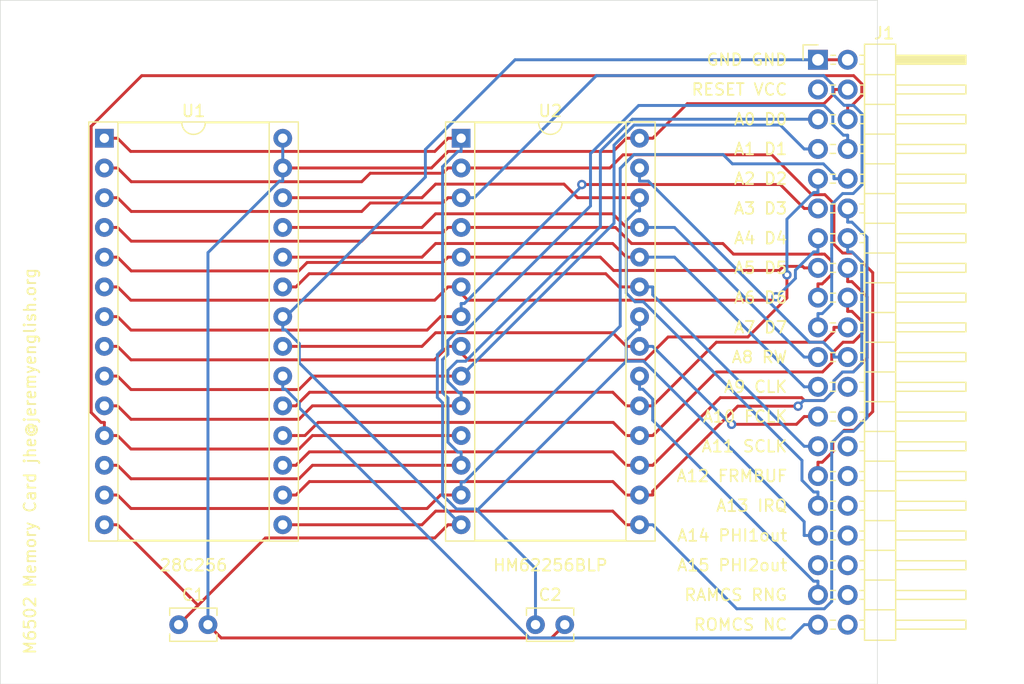
<source format=kicad_pcb>
(kicad_pcb (version 20171130) (host pcbnew "(5.1.12)-1")

  (general
    (thickness 1.6)
    (drawings 27)
    (tracks 442)
    (zones 0)
    (modules 5)
    (nets 40)
  )

  (page A4)
  (layers
    (0 F.Cu signal)
    (31 B.Cu signal)
    (32 B.Adhes user)
    (33 F.Adhes user)
    (34 B.Paste user)
    (35 F.Paste user)
    (36 B.SilkS user)
    (37 F.SilkS user)
    (38 B.Mask user)
    (39 F.Mask user)
    (40 Dwgs.User user)
    (41 Cmts.User user)
    (42 Eco1.User user)
    (43 Eco2.User user)
    (44 Edge.Cuts user)
    (45 Margin user)
    (46 B.CrtYd user)
    (47 F.CrtYd user)
    (48 B.Fab user)
    (49 F.Fab user)
  )

  (setup
    (last_trace_width 0.25)
    (trace_clearance 0.2)
    (zone_clearance 0.508)
    (zone_45_only no)
    (trace_min 0.2)
    (via_size 0.8)
    (via_drill 0.4)
    (via_min_size 0.4)
    (via_min_drill 0.3)
    (uvia_size 0.3)
    (uvia_drill 0.1)
    (uvias_allowed no)
    (uvia_min_size 0.2)
    (uvia_min_drill 0.1)
    (edge_width 0.05)
    (segment_width 0.2)
    (pcb_text_width 0.3)
    (pcb_text_size 1.5 1.5)
    (mod_edge_width 0.12)
    (mod_text_size 1 1)
    (mod_text_width 0.15)
    (pad_size 1.524 1.524)
    (pad_drill 0.762)
    (pad_to_mask_clearance 0)
    (aux_axis_origin 0 0)
    (visible_elements FFFFFF7F)
    (pcbplotparams
      (layerselection 0x010fc_ffffffff)
      (usegerberextensions true)
      (usegerberattributes false)
      (usegerberadvancedattributes false)
      (creategerberjobfile false)
      (excludeedgelayer true)
      (linewidth 0.100000)
      (plotframeref false)
      (viasonmask false)
      (mode 1)
      (useauxorigin false)
      (hpglpennumber 1)
      (hpglpenspeed 20)
      (hpglpendiameter 15.000000)
      (psnegative false)
      (psa4output false)
      (plotreference true)
      (plotvalue false)
      (plotinvisibletext false)
      (padsonsilk false)
      (subtractmaskfromsilk true)
      (outputformat 1)
      (mirror false)
      (drillshape 0)
      (scaleselection 1)
      (outputdirectory ""))
  )

  (net 0 "")
  (net 1 GND)
  (net 2 +5V)
  (net 3 /A14)
  (net 4 "Net-(J1-Pad21)")
  (net 5 /ROMCS)
  (net 6 "Net-(J1-Pad22)")
  (net 7 /RAMCS)
  (net 8 "Net-(J1-Pad23)")
  (net 9 "Net-(J1-Pad18)")
  (net 10 "Net-(J1-Pad24)")
  (net 11 "Net-(J1-Pad25)")
  (net 12 /A13)
  (net 13 "Net-(J1-Pad26)")
  (net 14 /A12)
  (net 15 "Net-(J1-Pad27)")
  (net 16 /A11)
  (net 17 "Net-(J1-Pad28)")
  (net 18 /A10)
  (net 19 "Net-(J1-Pad29)")
  (net 20 /A9)
  (net 21 /RW)
  (net 22 /A8)
  (net 23 /D7)
  (net 24 /A7)
  (net 25 /D6)
  (net 26 /A6)
  (net 27 /D5)
  (net 28 /A5)
  (net 29 /D4)
  (net 30 /A4)
  (net 31 /D3)
  (net 32 /A3)
  (net 33 /D2)
  (net 34 /A2)
  (net 35 /D1)
  (net 36 /A1)
  (net 37 /D0)
  (net 38 /A0)
  (net 39 "Net-(J1-Pad2)")

  (net_class Default "This is the default net class."
    (clearance 0.2)
    (trace_width 0.25)
    (via_dia 0.8)
    (via_drill 0.4)
    (uvia_dia 0.3)
    (uvia_drill 0.1)
    (add_net +5V)
    (add_net /A0)
    (add_net /A1)
    (add_net /A10)
    (add_net /A11)
    (add_net /A12)
    (add_net /A13)
    (add_net /A14)
    (add_net /A2)
    (add_net /A3)
    (add_net /A4)
    (add_net /A5)
    (add_net /A6)
    (add_net /A7)
    (add_net /A8)
    (add_net /A9)
    (add_net /D0)
    (add_net /D1)
    (add_net /D2)
    (add_net /D3)
    (add_net /D4)
    (add_net /D5)
    (add_net /D6)
    (add_net /D7)
    (add_net /RAMCS)
    (add_net /ROMCS)
    (add_net /RW)
    (add_net GND)
    (add_net "Net-(J1-Pad18)")
    (add_net "Net-(J1-Pad2)")
    (add_net "Net-(J1-Pad21)")
    (add_net "Net-(J1-Pad22)")
    (add_net "Net-(J1-Pad23)")
    (add_net "Net-(J1-Pad24)")
    (add_net "Net-(J1-Pad25)")
    (add_net "Net-(J1-Pad26)")
    (add_net "Net-(J1-Pad27)")
    (add_net "Net-(J1-Pad28)")
    (add_net "Net-(J1-Pad29)")
  )

  (module Capacitor_THT:C_Disc_D3.8mm_W2.6mm_P2.50mm (layer F.Cu) (tedit 5AE50EF0) (tstamp 633D1949)
    (at 120.65 95.25)
    (descr "C, Disc series, Radial, pin pitch=2.50mm, , diameter*width=3.8*2.6mm^2, Capacitor, http://www.vishay.com/docs/45233/krseries.pdf")
    (tags "C Disc series Radial pin pitch 2.50mm  diameter 3.8mm width 2.6mm Capacitor")
    (path /63501102)
    (fp_text reference C1 (at 1.25 -2.55) (layer F.SilkS)
      (effects (font (size 1 1) (thickness 0.15)))
    )
    (fp_text value 0.1uF (at 1.25 2.55) (layer F.Fab)
      (effects (font (size 1 1) (thickness 0.15)))
    )
    (fp_line (start 3.55 -1.55) (end -1.05 -1.55) (layer F.CrtYd) (width 0.05))
    (fp_line (start 3.55 1.55) (end 3.55 -1.55) (layer F.CrtYd) (width 0.05))
    (fp_line (start -1.05 1.55) (end 3.55 1.55) (layer F.CrtYd) (width 0.05))
    (fp_line (start -1.05 -1.55) (end -1.05 1.55) (layer F.CrtYd) (width 0.05))
    (fp_line (start 3.27 0.795) (end 3.27 1.42) (layer F.SilkS) (width 0.12))
    (fp_line (start 3.27 -1.42) (end 3.27 -0.795) (layer F.SilkS) (width 0.12))
    (fp_line (start -0.77 0.795) (end -0.77 1.42) (layer F.SilkS) (width 0.12))
    (fp_line (start -0.77 -1.42) (end -0.77 -0.795) (layer F.SilkS) (width 0.12))
    (fp_line (start -0.77 1.42) (end 3.27 1.42) (layer F.SilkS) (width 0.12))
    (fp_line (start -0.77 -1.42) (end 3.27 -1.42) (layer F.SilkS) (width 0.12))
    (fp_line (start 3.15 -1.3) (end -0.65 -1.3) (layer F.Fab) (width 0.1))
    (fp_line (start 3.15 1.3) (end 3.15 -1.3) (layer F.Fab) (width 0.1))
    (fp_line (start -0.65 1.3) (end 3.15 1.3) (layer F.Fab) (width 0.1))
    (fp_line (start -0.65 -1.3) (end -0.65 1.3) (layer F.Fab) (width 0.1))
    (fp_text user %R (at 0.754999 0.494999) (layer F.Fab)
      (effects (font (size 0.76 0.76) (thickness 0.114)))
    )
    (pad 1 thru_hole circle (at 0 0) (size 1.6 1.6) (drill 0.8) (layers *.Cu *.Mask)
      (net 1 GND))
    (pad 2 thru_hole circle (at 2.5 0) (size 1.6 1.6) (drill 0.8) (layers *.Cu *.Mask)
      (net 2 +5V))
    (model ${KISYS3DMOD}/Capacitor_THT.3dshapes/C_Disc_D3.8mm_W2.6mm_P2.50mm.wrl
      (at (xyz 0 0 0))
      (scale (xyz 1 1 1))
      (rotate (xyz 0 0 0))
    )
  )

  (module Capacitor_THT:C_Disc_D3.8mm_W2.6mm_P2.50mm (layer F.Cu) (tedit 5AE50EF0) (tstamp 633D195E)
    (at 151.13 95.25)
    (descr "C, Disc series, Radial, pin pitch=2.50mm, , diameter*width=3.8*2.6mm^2, Capacitor, http://www.vishay.com/docs/45233/krseries.pdf")
    (tags "C Disc series Radial pin pitch 2.50mm  diameter 3.8mm width 2.6mm Capacitor")
    (path /6350C827)
    (fp_text reference C2 (at 1.25 -2.55) (layer F.SilkS)
      (effects (font (size 1 1) (thickness 0.15)))
    )
    (fp_text value 0.1uF (at 1.25 2.55) (layer F.Fab)
      (effects (font (size 1 1) (thickness 0.15)))
    )
    (fp_text user %R (at 1.25 0) (layer F.Fab)
      (effects (font (size 0.76 0.76) (thickness 0.114)))
    )
    (fp_line (start -0.65 -1.3) (end -0.65 1.3) (layer F.Fab) (width 0.1))
    (fp_line (start -0.65 1.3) (end 3.15 1.3) (layer F.Fab) (width 0.1))
    (fp_line (start 3.15 1.3) (end 3.15 -1.3) (layer F.Fab) (width 0.1))
    (fp_line (start 3.15 -1.3) (end -0.65 -1.3) (layer F.Fab) (width 0.1))
    (fp_line (start -0.77 -1.42) (end 3.27 -1.42) (layer F.SilkS) (width 0.12))
    (fp_line (start -0.77 1.42) (end 3.27 1.42) (layer F.SilkS) (width 0.12))
    (fp_line (start -0.77 -1.42) (end -0.77 -0.795) (layer F.SilkS) (width 0.12))
    (fp_line (start -0.77 0.795) (end -0.77 1.42) (layer F.SilkS) (width 0.12))
    (fp_line (start 3.27 -1.42) (end 3.27 -0.795) (layer F.SilkS) (width 0.12))
    (fp_line (start 3.27 0.795) (end 3.27 1.42) (layer F.SilkS) (width 0.12))
    (fp_line (start -1.05 -1.55) (end -1.05 1.55) (layer F.CrtYd) (width 0.05))
    (fp_line (start -1.05 1.55) (end 3.55 1.55) (layer F.CrtYd) (width 0.05))
    (fp_line (start 3.55 1.55) (end 3.55 -1.55) (layer F.CrtYd) (width 0.05))
    (fp_line (start 3.55 -1.55) (end -1.05 -1.55) (layer F.CrtYd) (width 0.05))
    (pad 2 thru_hole circle (at 2.5 0) (size 1.6 1.6) (drill 0.8) (layers *.Cu *.Mask)
      (net 2 +5V))
    (pad 1 thru_hole circle (at 0 0) (size 1.6 1.6) (drill 0.8) (layers *.Cu *.Mask)
      (net 3 /A14))
    (model ${KISYS3DMOD}/Capacitor_THT.3dshapes/C_Disc_D3.8mm_W2.6mm_P2.50mm.wrl
      (at (xyz 0 0 0))
      (scale (xyz 1 1 1))
      (rotate (xyz 0 0 0))
    )
  )

  (module m6502:PinHeader_2x20_P2.54mm_Horizontal_Counter_Clockwise (layer F.Cu) (tedit 633B608B) (tstamp 633D1AB7)
    (at 175.26 46.99)
    (descr "Through hole angled pin header, 2x20, 2.54mm pitch, 6mm pin length, double rows")
    (tags "Through hole angled pin header THT 2x20 2.54mm double row")
    (path /63389FA6)
    (fp_text reference J1 (at 5.655 -2.27 180) (layer F.SilkS)
      (effects (font (size 1 1) (thickness 0.15)))
    )
    (fp_text value Conn_02x20_Counter_Clockwise (at 5.655 50.53 180) (layer F.Fab)
      (effects (font (size 1 1) (thickness 0.15)))
    )
    (fp_line (start 4.675 -1.27) (end 6.58 -1.27) (layer F.Fab) (width 0.1))
    (fp_line (start 6.58 -1.27) (end 6.58 49.53) (layer F.Fab) (width 0.1))
    (fp_line (start 6.58 49.53) (end 4.04 49.53) (layer F.Fab) (width 0.1))
    (fp_line (start 4.04 49.53) (end 4.04 -0.635) (layer F.Fab) (width 0.1))
    (fp_line (start 4.04 -0.635) (end 4.675 -1.27) (layer F.Fab) (width 0.1))
    (fp_line (start -0.32 -0.32) (end 4.04 -0.32) (layer F.Fab) (width 0.1))
    (fp_line (start -0.32 -0.32) (end -0.32 0.32) (layer F.Fab) (width 0.1))
    (fp_line (start -0.32 0.32) (end 4.04 0.32) (layer F.Fab) (width 0.1))
    (fp_line (start 6.58 -0.32) (end 12.58 -0.32) (layer F.Fab) (width 0.1))
    (fp_line (start 12.58 -0.32) (end 12.58 0.32) (layer F.Fab) (width 0.1))
    (fp_line (start 6.58 0.32) (end 12.58 0.32) (layer F.Fab) (width 0.1))
    (fp_line (start -0.32 2.22) (end 4.04 2.22) (layer F.Fab) (width 0.1))
    (fp_line (start -0.32 2.22) (end -0.32 2.86) (layer F.Fab) (width 0.1))
    (fp_line (start -0.32 2.86) (end 4.04 2.86) (layer F.Fab) (width 0.1))
    (fp_line (start 6.58 2.22) (end 12.58 2.22) (layer F.Fab) (width 0.1))
    (fp_line (start 12.58 2.22) (end 12.58 2.86) (layer F.Fab) (width 0.1))
    (fp_line (start 6.58 2.86) (end 12.58 2.86) (layer F.Fab) (width 0.1))
    (fp_line (start -0.32 4.76) (end 4.04 4.76) (layer F.Fab) (width 0.1))
    (fp_line (start -0.32 4.76) (end -0.32 5.4) (layer F.Fab) (width 0.1))
    (fp_line (start -0.32 5.4) (end 4.04 5.4) (layer F.Fab) (width 0.1))
    (fp_line (start 6.58 4.76) (end 12.58 4.76) (layer F.Fab) (width 0.1))
    (fp_line (start 12.58 4.76) (end 12.58 5.4) (layer F.Fab) (width 0.1))
    (fp_line (start 6.58 5.4) (end 12.58 5.4) (layer F.Fab) (width 0.1))
    (fp_line (start -0.32 7.3) (end 4.04 7.3) (layer F.Fab) (width 0.1))
    (fp_line (start -0.32 7.3) (end -0.32 7.94) (layer F.Fab) (width 0.1))
    (fp_line (start -0.32 7.94) (end 4.04 7.94) (layer F.Fab) (width 0.1))
    (fp_line (start 6.58 7.3) (end 12.58 7.3) (layer F.Fab) (width 0.1))
    (fp_line (start 12.58 7.3) (end 12.58 7.94) (layer F.Fab) (width 0.1))
    (fp_line (start 6.58 7.94) (end 12.58 7.94) (layer F.Fab) (width 0.1))
    (fp_line (start -0.32 9.84) (end 4.04 9.84) (layer F.Fab) (width 0.1))
    (fp_line (start -0.32 9.84) (end -0.32 10.48) (layer F.Fab) (width 0.1))
    (fp_line (start -0.32 10.48) (end 4.04 10.48) (layer F.Fab) (width 0.1))
    (fp_line (start 6.58 9.84) (end 12.58 9.84) (layer F.Fab) (width 0.1))
    (fp_line (start 12.58 9.84) (end 12.58 10.48) (layer F.Fab) (width 0.1))
    (fp_line (start 6.58 10.48) (end 12.58 10.48) (layer F.Fab) (width 0.1))
    (fp_line (start -0.32 12.38) (end 4.04 12.38) (layer F.Fab) (width 0.1))
    (fp_line (start -0.32 12.38) (end -0.32 13.02) (layer F.Fab) (width 0.1))
    (fp_line (start -0.32 13.02) (end 4.04 13.02) (layer F.Fab) (width 0.1))
    (fp_line (start 6.58 12.38) (end 12.58 12.38) (layer F.Fab) (width 0.1))
    (fp_line (start 12.58 12.38) (end 12.58 13.02) (layer F.Fab) (width 0.1))
    (fp_line (start 6.58 13.02) (end 12.58 13.02) (layer F.Fab) (width 0.1))
    (fp_line (start -0.32 14.92) (end 4.04 14.92) (layer F.Fab) (width 0.1))
    (fp_line (start -0.32 14.92) (end -0.32 15.56) (layer F.Fab) (width 0.1))
    (fp_line (start -0.32 15.56) (end 4.04 15.56) (layer F.Fab) (width 0.1))
    (fp_line (start 6.58 14.92) (end 12.58 14.92) (layer F.Fab) (width 0.1))
    (fp_line (start 12.58 14.92) (end 12.58 15.56) (layer F.Fab) (width 0.1))
    (fp_line (start 6.58 15.56) (end 12.58 15.56) (layer F.Fab) (width 0.1))
    (fp_line (start -0.32 17.46) (end 4.04 17.46) (layer F.Fab) (width 0.1))
    (fp_line (start -0.32 17.46) (end -0.32 18.1) (layer F.Fab) (width 0.1))
    (fp_line (start -0.32 18.1) (end 4.04 18.1) (layer F.Fab) (width 0.1))
    (fp_line (start 6.58 17.46) (end 12.58 17.46) (layer F.Fab) (width 0.1))
    (fp_line (start 12.58 17.46) (end 12.58 18.1) (layer F.Fab) (width 0.1))
    (fp_line (start 6.58 18.1) (end 12.58 18.1) (layer F.Fab) (width 0.1))
    (fp_line (start -0.32 20) (end 4.04 20) (layer F.Fab) (width 0.1))
    (fp_line (start -0.32 20) (end -0.32 20.64) (layer F.Fab) (width 0.1))
    (fp_line (start -0.32 20.64) (end 4.04 20.64) (layer F.Fab) (width 0.1))
    (fp_line (start 6.58 20) (end 12.58 20) (layer F.Fab) (width 0.1))
    (fp_line (start 12.58 20) (end 12.58 20.64) (layer F.Fab) (width 0.1))
    (fp_line (start 6.58 20.64) (end 12.58 20.64) (layer F.Fab) (width 0.1))
    (fp_line (start -0.32 22.54) (end 4.04 22.54) (layer F.Fab) (width 0.1))
    (fp_line (start -0.32 22.54) (end -0.32 23.18) (layer F.Fab) (width 0.1))
    (fp_line (start -0.32 23.18) (end 4.04 23.18) (layer F.Fab) (width 0.1))
    (fp_line (start 6.58 22.54) (end 12.58 22.54) (layer F.Fab) (width 0.1))
    (fp_line (start 12.58 22.54) (end 12.58 23.18) (layer F.Fab) (width 0.1))
    (fp_line (start 6.58 23.18) (end 12.58 23.18) (layer F.Fab) (width 0.1))
    (fp_line (start -0.32 25.08) (end 4.04 25.08) (layer F.Fab) (width 0.1))
    (fp_line (start -0.32 25.08) (end -0.32 25.72) (layer F.Fab) (width 0.1))
    (fp_line (start -0.32 25.72) (end 4.04 25.72) (layer F.Fab) (width 0.1))
    (fp_line (start 6.58 25.08) (end 12.58 25.08) (layer F.Fab) (width 0.1))
    (fp_line (start 12.58 25.08) (end 12.58 25.72) (layer F.Fab) (width 0.1))
    (fp_line (start 6.58 25.72) (end 12.58 25.72) (layer F.Fab) (width 0.1))
    (fp_line (start -0.32 27.62) (end 4.04 27.62) (layer F.Fab) (width 0.1))
    (fp_line (start -0.32 27.62) (end -0.32 28.26) (layer F.Fab) (width 0.1))
    (fp_line (start -0.32 28.26) (end 4.04 28.26) (layer F.Fab) (width 0.1))
    (fp_line (start 6.58 27.62) (end 12.58 27.62) (layer F.Fab) (width 0.1))
    (fp_line (start 12.58 27.62) (end 12.58 28.26) (layer F.Fab) (width 0.1))
    (fp_line (start 6.58 28.26) (end 12.58 28.26) (layer F.Fab) (width 0.1))
    (fp_line (start -0.32 30.16) (end 4.04 30.16) (layer F.Fab) (width 0.1))
    (fp_line (start -0.32 30.16) (end -0.32 30.8) (layer F.Fab) (width 0.1))
    (fp_line (start -0.32 30.8) (end 4.04 30.8) (layer F.Fab) (width 0.1))
    (fp_line (start 6.58 30.16) (end 12.58 30.16) (layer F.Fab) (width 0.1))
    (fp_line (start 12.58 30.16) (end 12.58 30.8) (layer F.Fab) (width 0.1))
    (fp_line (start 6.58 30.8) (end 12.58 30.8) (layer F.Fab) (width 0.1))
    (fp_line (start -0.32 32.7) (end 4.04 32.7) (layer F.Fab) (width 0.1))
    (fp_line (start -0.32 32.7) (end -0.32 33.34) (layer F.Fab) (width 0.1))
    (fp_line (start -0.32 33.34) (end 4.04 33.34) (layer F.Fab) (width 0.1))
    (fp_line (start 6.58 32.7) (end 12.58 32.7) (layer F.Fab) (width 0.1))
    (fp_line (start 12.58 32.7) (end 12.58 33.34) (layer F.Fab) (width 0.1))
    (fp_line (start 6.58 33.34) (end 12.58 33.34) (layer F.Fab) (width 0.1))
    (fp_line (start -0.32 35.24) (end 4.04 35.24) (layer F.Fab) (width 0.1))
    (fp_line (start -0.32 35.24) (end -0.32 35.88) (layer F.Fab) (width 0.1))
    (fp_line (start -0.32 35.88) (end 4.04 35.88) (layer F.Fab) (width 0.1))
    (fp_line (start 6.58 35.24) (end 12.58 35.24) (layer F.Fab) (width 0.1))
    (fp_line (start 12.58 35.24) (end 12.58 35.88) (layer F.Fab) (width 0.1))
    (fp_line (start 6.58 35.88) (end 12.58 35.88) (layer F.Fab) (width 0.1))
    (fp_line (start -0.32 37.78) (end 4.04 37.78) (layer F.Fab) (width 0.1))
    (fp_line (start -0.32 37.78) (end -0.32 38.42) (layer F.Fab) (width 0.1))
    (fp_line (start -0.32 38.42) (end 4.04 38.42) (layer F.Fab) (width 0.1))
    (fp_line (start 6.58 37.78) (end 12.58 37.78) (layer F.Fab) (width 0.1))
    (fp_line (start 12.58 37.78) (end 12.58 38.42) (layer F.Fab) (width 0.1))
    (fp_line (start 6.58 38.42) (end 12.58 38.42) (layer F.Fab) (width 0.1))
    (fp_line (start -0.32 40.32) (end 4.04 40.32) (layer F.Fab) (width 0.1))
    (fp_line (start -0.32 40.32) (end -0.32 40.96) (layer F.Fab) (width 0.1))
    (fp_line (start -0.32 40.96) (end 4.04 40.96) (layer F.Fab) (width 0.1))
    (fp_line (start 6.58 40.32) (end 12.58 40.32) (layer F.Fab) (width 0.1))
    (fp_line (start 12.58 40.32) (end 12.58 40.96) (layer F.Fab) (width 0.1))
    (fp_line (start 6.58 40.96) (end 12.58 40.96) (layer F.Fab) (width 0.1))
    (fp_line (start -0.32 42.86) (end 4.04 42.86) (layer F.Fab) (width 0.1))
    (fp_line (start -0.32 42.86) (end -0.32 43.5) (layer F.Fab) (width 0.1))
    (fp_line (start -0.32 43.5) (end 4.04 43.5) (layer F.Fab) (width 0.1))
    (fp_line (start 6.58 42.86) (end 12.58 42.86) (layer F.Fab) (width 0.1))
    (fp_line (start 12.58 42.86) (end 12.58 43.5) (layer F.Fab) (width 0.1))
    (fp_line (start 6.58 43.5) (end 12.58 43.5) (layer F.Fab) (width 0.1))
    (fp_line (start -0.32 45.4) (end 4.04 45.4) (layer F.Fab) (width 0.1))
    (fp_line (start -0.32 45.4) (end -0.32 46.04) (layer F.Fab) (width 0.1))
    (fp_line (start -0.32 46.04) (end 4.04 46.04) (layer F.Fab) (width 0.1))
    (fp_line (start 6.58 45.4) (end 12.58 45.4) (layer F.Fab) (width 0.1))
    (fp_line (start 12.58 45.4) (end 12.58 46.04) (layer F.Fab) (width 0.1))
    (fp_line (start 6.58 46.04) (end 12.58 46.04) (layer F.Fab) (width 0.1))
    (fp_line (start -0.32 47.94) (end 4.04 47.94) (layer F.Fab) (width 0.1))
    (fp_line (start -0.32 47.94) (end -0.32 48.58) (layer F.Fab) (width 0.1))
    (fp_line (start -0.32 48.58) (end 4.04 48.58) (layer F.Fab) (width 0.1))
    (fp_line (start 6.58 47.94) (end 12.58 47.94) (layer F.Fab) (width 0.1))
    (fp_line (start 12.58 47.94) (end 12.58 48.58) (layer F.Fab) (width 0.1))
    (fp_line (start 6.58 48.58) (end 12.58 48.58) (layer F.Fab) (width 0.1))
    (fp_line (start 3.98 -1.33) (end 3.98 49.59) (layer F.SilkS) (width 0.12))
    (fp_line (start 3.98 49.59) (end 6.64 49.59) (layer F.SilkS) (width 0.12))
    (fp_line (start 6.64 49.59) (end 6.64 -1.33) (layer F.SilkS) (width 0.12))
    (fp_line (start 6.64 -1.33) (end 3.98 -1.33) (layer F.SilkS) (width 0.12))
    (fp_line (start 6.64 -0.38) (end 12.64 -0.38) (layer F.SilkS) (width 0.12))
    (fp_line (start 12.64 -0.38) (end 12.64 0.38) (layer F.SilkS) (width 0.12))
    (fp_line (start 12.64 0.38) (end 6.64 0.38) (layer F.SilkS) (width 0.12))
    (fp_line (start 6.64 -0.32) (end 12.64 -0.32) (layer F.SilkS) (width 0.12))
    (fp_line (start 6.64 -0.2) (end 12.64 -0.2) (layer F.SilkS) (width 0.12))
    (fp_line (start 6.64 -0.08) (end 12.64 -0.08) (layer F.SilkS) (width 0.12))
    (fp_line (start 6.64 0.04) (end 12.64 0.04) (layer F.SilkS) (width 0.12))
    (fp_line (start 6.64 0.16) (end 12.64 0.16) (layer F.SilkS) (width 0.12))
    (fp_line (start 6.64 0.28) (end 12.64 0.28) (layer F.SilkS) (width 0.12))
    (fp_line (start 3.582929 -0.38) (end 3.98 -0.38) (layer F.SilkS) (width 0.12))
    (fp_line (start 3.582929 0.38) (end 3.98 0.38) (layer F.SilkS) (width 0.12))
    (fp_line (start 1.11 -0.38) (end 1.497071 -0.38) (layer F.SilkS) (width 0.12))
    (fp_line (start 1.11 0.38) (end 1.497071 0.38) (layer F.SilkS) (width 0.12))
    (fp_line (start 3.98 1.27) (end 6.64 1.27) (layer F.SilkS) (width 0.12))
    (fp_line (start 6.64 2.16) (end 12.64 2.16) (layer F.SilkS) (width 0.12))
    (fp_line (start 12.64 2.16) (end 12.64 2.92) (layer F.SilkS) (width 0.12))
    (fp_line (start 12.64 2.92) (end 6.64 2.92) (layer F.SilkS) (width 0.12))
    (fp_line (start 3.582929 2.16) (end 3.98 2.16) (layer F.SilkS) (width 0.12))
    (fp_line (start 3.582929 2.92) (end 3.98 2.92) (layer F.SilkS) (width 0.12))
    (fp_line (start 1.042929 2.16) (end 1.497071 2.16) (layer F.SilkS) (width 0.12))
    (fp_line (start 1.042929 2.92) (end 1.497071 2.92) (layer F.SilkS) (width 0.12))
    (fp_line (start 3.98 3.81) (end 6.64 3.81) (layer F.SilkS) (width 0.12))
    (fp_line (start 6.64 4.7) (end 12.64 4.7) (layer F.SilkS) (width 0.12))
    (fp_line (start 12.64 4.7) (end 12.64 5.46) (layer F.SilkS) (width 0.12))
    (fp_line (start 12.64 5.46) (end 6.64 5.46) (layer F.SilkS) (width 0.12))
    (fp_line (start 3.582929 4.7) (end 3.98 4.7) (layer F.SilkS) (width 0.12))
    (fp_line (start 3.582929 5.46) (end 3.98 5.46) (layer F.SilkS) (width 0.12))
    (fp_line (start 1.042929 4.7) (end 1.497071 4.7) (layer F.SilkS) (width 0.12))
    (fp_line (start 1.042929 5.46) (end 1.497071 5.46) (layer F.SilkS) (width 0.12))
    (fp_line (start 3.98 6.35) (end 6.64 6.35) (layer F.SilkS) (width 0.12))
    (fp_line (start 6.64 7.24) (end 12.64 7.24) (layer F.SilkS) (width 0.12))
    (fp_line (start 12.64 7.24) (end 12.64 8) (layer F.SilkS) (width 0.12))
    (fp_line (start 12.64 8) (end 6.64 8) (layer F.SilkS) (width 0.12))
    (fp_line (start 3.582929 7.24) (end 3.98 7.24) (layer F.SilkS) (width 0.12))
    (fp_line (start 3.582929 8) (end 3.98 8) (layer F.SilkS) (width 0.12))
    (fp_line (start 1.042929 7.24) (end 1.497071 7.24) (layer F.SilkS) (width 0.12))
    (fp_line (start 1.042929 8) (end 1.497071 8) (layer F.SilkS) (width 0.12))
    (fp_line (start 3.98 8.89) (end 6.64 8.89) (layer F.SilkS) (width 0.12))
    (fp_line (start 6.64 9.78) (end 12.64 9.78) (layer F.SilkS) (width 0.12))
    (fp_line (start 12.64 9.78) (end 12.64 10.54) (layer F.SilkS) (width 0.12))
    (fp_line (start 12.64 10.54) (end 6.64 10.54) (layer F.SilkS) (width 0.12))
    (fp_line (start 3.582929 9.78) (end 3.98 9.78) (layer F.SilkS) (width 0.12))
    (fp_line (start 3.582929 10.54) (end 3.98 10.54) (layer F.SilkS) (width 0.12))
    (fp_line (start 1.042929 9.78) (end 1.497071 9.78) (layer F.SilkS) (width 0.12))
    (fp_line (start 1.042929 10.54) (end 1.497071 10.54) (layer F.SilkS) (width 0.12))
    (fp_line (start 3.98 11.43) (end 6.64 11.43) (layer F.SilkS) (width 0.12))
    (fp_line (start 6.64 12.32) (end 12.64 12.32) (layer F.SilkS) (width 0.12))
    (fp_line (start 12.64 12.32) (end 12.64 13.08) (layer F.SilkS) (width 0.12))
    (fp_line (start 12.64 13.08) (end 6.64 13.08) (layer F.SilkS) (width 0.12))
    (fp_line (start 3.582929 12.32) (end 3.98 12.32) (layer F.SilkS) (width 0.12))
    (fp_line (start 3.582929 13.08) (end 3.98 13.08) (layer F.SilkS) (width 0.12))
    (fp_line (start 1.042929 12.32) (end 1.497071 12.32) (layer F.SilkS) (width 0.12))
    (fp_line (start 1.042929 13.08) (end 1.497071 13.08) (layer F.SilkS) (width 0.12))
    (fp_line (start 3.98 13.97) (end 6.64 13.97) (layer F.SilkS) (width 0.12))
    (fp_line (start 6.64 14.86) (end 12.64 14.86) (layer F.SilkS) (width 0.12))
    (fp_line (start 12.64 14.86) (end 12.64 15.62) (layer F.SilkS) (width 0.12))
    (fp_line (start 12.64 15.62) (end 6.64 15.62) (layer F.SilkS) (width 0.12))
    (fp_line (start 3.582929 14.86) (end 3.98 14.86) (layer F.SilkS) (width 0.12))
    (fp_line (start 3.582929 15.62) (end 3.98 15.62) (layer F.SilkS) (width 0.12))
    (fp_line (start 1.042929 14.86) (end 1.497071 14.86) (layer F.SilkS) (width 0.12))
    (fp_line (start 1.042929 15.62) (end 1.497071 15.62) (layer F.SilkS) (width 0.12))
    (fp_line (start 3.98 16.51) (end 6.64 16.51) (layer F.SilkS) (width 0.12))
    (fp_line (start 6.64 17.4) (end 12.64 17.4) (layer F.SilkS) (width 0.12))
    (fp_line (start 12.64 17.4) (end 12.64 18.16) (layer F.SilkS) (width 0.12))
    (fp_line (start 12.64 18.16) (end 6.64 18.16) (layer F.SilkS) (width 0.12))
    (fp_line (start 3.582929 17.4) (end 3.98 17.4) (layer F.SilkS) (width 0.12))
    (fp_line (start 3.582929 18.16) (end 3.98 18.16) (layer F.SilkS) (width 0.12))
    (fp_line (start 1.042929 17.4) (end 1.497071 17.4) (layer F.SilkS) (width 0.12))
    (fp_line (start 1.042929 18.16) (end 1.497071 18.16) (layer F.SilkS) (width 0.12))
    (fp_line (start 3.98 19.05) (end 6.64 19.05) (layer F.SilkS) (width 0.12))
    (fp_line (start 6.64 19.94) (end 12.64 19.94) (layer F.SilkS) (width 0.12))
    (fp_line (start 12.64 19.94) (end 12.64 20.7) (layer F.SilkS) (width 0.12))
    (fp_line (start 12.64 20.7) (end 6.64 20.7) (layer F.SilkS) (width 0.12))
    (fp_line (start 3.582929 19.94) (end 3.98 19.94) (layer F.SilkS) (width 0.12))
    (fp_line (start 3.582929 20.7) (end 3.98 20.7) (layer F.SilkS) (width 0.12))
    (fp_line (start 1.042929 19.94) (end 1.497071 19.94) (layer F.SilkS) (width 0.12))
    (fp_line (start 1.042929 20.7) (end 1.497071 20.7) (layer F.SilkS) (width 0.12))
    (fp_line (start 3.98 21.59) (end 6.64 21.59) (layer F.SilkS) (width 0.12))
    (fp_line (start 6.64 22.48) (end 12.64 22.48) (layer F.SilkS) (width 0.12))
    (fp_line (start 12.64 22.48) (end 12.64 23.24) (layer F.SilkS) (width 0.12))
    (fp_line (start 12.64 23.24) (end 6.64 23.24) (layer F.SilkS) (width 0.12))
    (fp_line (start 3.582929 22.48) (end 3.98 22.48) (layer F.SilkS) (width 0.12))
    (fp_line (start 3.582929 23.24) (end 3.98 23.24) (layer F.SilkS) (width 0.12))
    (fp_line (start 1.042929 22.48) (end 1.497071 22.48) (layer F.SilkS) (width 0.12))
    (fp_line (start 1.042929 23.24) (end 1.497071 23.24) (layer F.SilkS) (width 0.12))
    (fp_line (start 3.98 24.13) (end 6.64 24.13) (layer F.SilkS) (width 0.12))
    (fp_line (start 6.64 25.02) (end 12.64 25.02) (layer F.SilkS) (width 0.12))
    (fp_line (start 12.64 25.02) (end 12.64 25.78) (layer F.SilkS) (width 0.12))
    (fp_line (start 12.64 25.78) (end 6.64 25.78) (layer F.SilkS) (width 0.12))
    (fp_line (start 3.582929 25.02) (end 3.98 25.02) (layer F.SilkS) (width 0.12))
    (fp_line (start 3.582929 25.78) (end 3.98 25.78) (layer F.SilkS) (width 0.12))
    (fp_line (start 1.042929 25.02) (end 1.497071 25.02) (layer F.SilkS) (width 0.12))
    (fp_line (start 1.042929 25.78) (end 1.497071 25.78) (layer F.SilkS) (width 0.12))
    (fp_line (start 3.98 26.67) (end 6.64 26.67) (layer F.SilkS) (width 0.12))
    (fp_line (start 6.64 27.56) (end 12.64 27.56) (layer F.SilkS) (width 0.12))
    (fp_line (start 12.64 27.56) (end 12.64 28.32) (layer F.SilkS) (width 0.12))
    (fp_line (start 12.64 28.32) (end 6.64 28.32) (layer F.SilkS) (width 0.12))
    (fp_line (start 3.582929 27.56) (end 3.98 27.56) (layer F.SilkS) (width 0.12))
    (fp_line (start 3.582929 28.32) (end 3.98 28.32) (layer F.SilkS) (width 0.12))
    (fp_line (start 1.042929 27.56) (end 1.497071 27.56) (layer F.SilkS) (width 0.12))
    (fp_line (start 1.042929 28.32) (end 1.497071 28.32) (layer F.SilkS) (width 0.12))
    (fp_line (start 3.98 29.21) (end 6.64 29.21) (layer F.SilkS) (width 0.12))
    (fp_line (start 6.64 30.1) (end 12.64 30.1) (layer F.SilkS) (width 0.12))
    (fp_line (start 12.64 30.1) (end 12.64 30.86) (layer F.SilkS) (width 0.12))
    (fp_line (start 12.64 30.86) (end 6.64 30.86) (layer F.SilkS) (width 0.12))
    (fp_line (start 3.582929 30.1) (end 3.98 30.1) (layer F.SilkS) (width 0.12))
    (fp_line (start 3.582929 30.86) (end 3.98 30.86) (layer F.SilkS) (width 0.12))
    (fp_line (start 1.042929 30.1) (end 1.497071 30.1) (layer F.SilkS) (width 0.12))
    (fp_line (start 1.042929 30.86) (end 1.497071 30.86) (layer F.SilkS) (width 0.12))
    (fp_line (start 3.98 31.75) (end 6.64 31.75) (layer F.SilkS) (width 0.12))
    (fp_line (start 6.64 32.64) (end 12.64 32.64) (layer F.SilkS) (width 0.12))
    (fp_line (start 12.64 32.64) (end 12.64 33.4) (layer F.SilkS) (width 0.12))
    (fp_line (start 12.64 33.4) (end 6.64 33.4) (layer F.SilkS) (width 0.12))
    (fp_line (start 3.582929 32.64) (end 3.98 32.64) (layer F.SilkS) (width 0.12))
    (fp_line (start 3.582929 33.4) (end 3.98 33.4) (layer F.SilkS) (width 0.12))
    (fp_line (start 1.042929 32.64) (end 1.497071 32.64) (layer F.SilkS) (width 0.12))
    (fp_line (start 1.042929 33.4) (end 1.497071 33.4) (layer F.SilkS) (width 0.12))
    (fp_line (start 3.98 34.29) (end 6.64 34.29) (layer F.SilkS) (width 0.12))
    (fp_line (start 6.64 35.18) (end 12.64 35.18) (layer F.SilkS) (width 0.12))
    (fp_line (start 12.64 35.18) (end 12.64 35.94) (layer F.SilkS) (width 0.12))
    (fp_line (start 12.64 35.94) (end 6.64 35.94) (layer F.SilkS) (width 0.12))
    (fp_line (start 3.582929 35.18) (end 3.98 35.18) (layer F.SilkS) (width 0.12))
    (fp_line (start 3.582929 35.94) (end 3.98 35.94) (layer F.SilkS) (width 0.12))
    (fp_line (start 1.042929 35.18) (end 1.497071 35.18) (layer F.SilkS) (width 0.12))
    (fp_line (start 1.042929 35.94) (end 1.497071 35.94) (layer F.SilkS) (width 0.12))
    (fp_line (start 3.98 36.83) (end 6.64 36.83) (layer F.SilkS) (width 0.12))
    (fp_line (start 6.64 37.72) (end 12.64 37.72) (layer F.SilkS) (width 0.12))
    (fp_line (start 12.64 37.72) (end 12.64 38.48) (layer F.SilkS) (width 0.12))
    (fp_line (start 12.64 38.48) (end 6.64 38.48) (layer F.SilkS) (width 0.12))
    (fp_line (start 3.582929 37.72) (end 3.98 37.72) (layer F.SilkS) (width 0.12))
    (fp_line (start 3.582929 38.48) (end 3.98 38.48) (layer F.SilkS) (width 0.12))
    (fp_line (start 1.042929 37.72) (end 1.497071 37.72) (layer F.SilkS) (width 0.12))
    (fp_line (start 1.042929 38.48) (end 1.497071 38.48) (layer F.SilkS) (width 0.12))
    (fp_line (start 3.98 39.37) (end 6.64 39.37) (layer F.SilkS) (width 0.12))
    (fp_line (start 6.64 40.26) (end 12.64 40.26) (layer F.SilkS) (width 0.12))
    (fp_line (start 12.64 40.26) (end 12.64 41.02) (layer F.SilkS) (width 0.12))
    (fp_line (start 12.64 41.02) (end 6.64 41.02) (layer F.SilkS) (width 0.12))
    (fp_line (start 3.582929 40.26) (end 3.98 40.26) (layer F.SilkS) (width 0.12))
    (fp_line (start 3.582929 41.02) (end 3.98 41.02) (layer F.SilkS) (width 0.12))
    (fp_line (start 1.042929 40.26) (end 1.497071 40.26) (layer F.SilkS) (width 0.12))
    (fp_line (start 1.042929 41.02) (end 1.497071 41.02) (layer F.SilkS) (width 0.12))
    (fp_line (start 3.98 41.91) (end 6.64 41.91) (layer F.SilkS) (width 0.12))
    (fp_line (start 6.64 42.8) (end 12.64 42.8) (layer F.SilkS) (width 0.12))
    (fp_line (start 12.64 42.8) (end 12.64 43.56) (layer F.SilkS) (width 0.12))
    (fp_line (start 12.64 43.56) (end 6.64 43.56) (layer F.SilkS) (width 0.12))
    (fp_line (start 3.582929 42.8) (end 3.98 42.8) (layer F.SilkS) (width 0.12))
    (fp_line (start 3.582929 43.56) (end 3.98 43.56) (layer F.SilkS) (width 0.12))
    (fp_line (start 1.042929 42.8) (end 1.497071 42.8) (layer F.SilkS) (width 0.12))
    (fp_line (start 1.042929 43.56) (end 1.497071 43.56) (layer F.SilkS) (width 0.12))
    (fp_line (start 3.98 44.45) (end 6.64 44.45) (layer F.SilkS) (width 0.12))
    (fp_line (start 6.64 45.34) (end 12.64 45.34) (layer F.SilkS) (width 0.12))
    (fp_line (start 12.64 45.34) (end 12.64 46.1) (layer F.SilkS) (width 0.12))
    (fp_line (start 12.64 46.1) (end 6.64 46.1) (layer F.SilkS) (width 0.12))
    (fp_line (start 3.582929 45.34) (end 3.98 45.34) (layer F.SilkS) (width 0.12))
    (fp_line (start 3.582929 46.1) (end 3.98 46.1) (layer F.SilkS) (width 0.12))
    (fp_line (start 1.042929 45.34) (end 1.497071 45.34) (layer F.SilkS) (width 0.12))
    (fp_line (start 1.042929 46.1) (end 1.497071 46.1) (layer F.SilkS) (width 0.12))
    (fp_line (start 3.98 46.99) (end 6.64 46.99) (layer F.SilkS) (width 0.12))
    (fp_line (start 6.64 47.88) (end 12.64 47.88) (layer F.SilkS) (width 0.12))
    (fp_line (start 12.64 47.88) (end 12.64 48.64) (layer F.SilkS) (width 0.12))
    (fp_line (start 12.64 48.64) (end 6.64 48.64) (layer F.SilkS) (width 0.12))
    (fp_line (start 3.582929 47.88) (end 3.98 47.88) (layer F.SilkS) (width 0.12))
    (fp_line (start 3.582929 48.64) (end 3.98 48.64) (layer F.SilkS) (width 0.12))
    (fp_line (start 1.042929 47.88) (end 1.497071 47.88) (layer F.SilkS) (width 0.12))
    (fp_line (start 1.042929 48.64) (end 1.497071 48.64) (layer F.SilkS) (width 0.12))
    (fp_line (start -1.27 0) (end -1.27 -1.27) (layer F.SilkS) (width 0.12))
    (fp_line (start -1.27 -1.27) (end 0 -1.27) (layer F.SilkS) (width 0.12))
    (fp_line (start -1.8 -1.8) (end -1.8 50.05) (layer F.CrtYd) (width 0.05))
    (fp_line (start -1.8 50.05) (end 13.1 50.05) (layer F.CrtYd) (width 0.05))
    (fp_line (start 13.1 50.05) (end 13.1 -1.8) (layer F.CrtYd) (width 0.05))
    (fp_line (start 13.1 -1.8) (end -1.8 -1.8) (layer F.CrtYd) (width 0.05))
    (fp_text user %R (at 5.31 24.13 270) (layer F.Fab)
      (effects (font (size 1 1) (thickness 0.15)))
    )
    (pad 21 thru_hole oval (at 2.54 48.26) (size 1.7 1.7) (drill 1) (layers *.Cu *.Mask)
      (net 4 "Net-(J1-Pad21)"))
    (pad 20 thru_hole oval (at 0 48.26) (size 1.7 1.7) (drill 1) (layers *.Cu *.Mask)
      (net 5 /ROMCS))
    (pad 22 thru_hole oval (at 2.54 45.72) (size 1.7 1.7) (drill 1) (layers *.Cu *.Mask)
      (net 6 "Net-(J1-Pad22)"))
    (pad 19 thru_hole oval (at 0 45.72) (size 1.7 1.7) (drill 1) (layers *.Cu *.Mask)
      (net 7 /RAMCS))
    (pad 23 thru_hole oval (at 2.54 43.18) (size 1.7 1.7) (drill 1) (layers *.Cu *.Mask)
      (net 8 "Net-(J1-Pad23)"))
    (pad 18 thru_hole oval (at 0 43.18) (size 1.7 1.7) (drill 1) (layers *.Cu *.Mask)
      (net 9 "Net-(J1-Pad18)"))
    (pad 24 thru_hole oval (at 2.54 40.64) (size 1.7 1.7) (drill 1) (layers *.Cu *.Mask)
      (net 10 "Net-(J1-Pad24)"))
    (pad 17 thru_hole oval (at 0 40.64) (size 1.7 1.7) (drill 1) (layers *.Cu *.Mask)
      (net 3 /A14))
    (pad 25 thru_hole oval (at 2.54 38.1) (size 1.7 1.7) (drill 1) (layers *.Cu *.Mask)
      (net 11 "Net-(J1-Pad25)"))
    (pad 16 thru_hole oval (at 0 38.1) (size 1.7 1.7) (drill 1) (layers *.Cu *.Mask)
      (net 12 /A13))
    (pad 26 thru_hole oval (at 2.54 35.56) (size 1.7 1.7) (drill 1) (layers *.Cu *.Mask)
      (net 13 "Net-(J1-Pad26)"))
    (pad 15 thru_hole oval (at 0 35.56) (size 1.7 1.7) (drill 1) (layers *.Cu *.Mask)
      (net 14 /A12))
    (pad 27 thru_hole oval (at 2.54 33.02) (size 1.7 1.7) (drill 1) (layers *.Cu *.Mask)
      (net 15 "Net-(J1-Pad27)"))
    (pad 14 thru_hole oval (at 0 33.02) (size 1.7 1.7) (drill 1) (layers *.Cu *.Mask)
      (net 16 /A11))
    (pad 28 thru_hole oval (at 2.54 30.48) (size 1.7 1.7) (drill 1) (layers *.Cu *.Mask)
      (net 17 "Net-(J1-Pad28)"))
    (pad 13 thru_hole oval (at 0 30.48) (size 1.7 1.7) (drill 1) (layers *.Cu *.Mask)
      (net 18 /A10))
    (pad 29 thru_hole oval (at 2.54 27.94) (size 1.7 1.7) (drill 1) (layers *.Cu *.Mask)
      (net 19 "Net-(J1-Pad29)"))
    (pad 12 thru_hole oval (at 0 27.94) (size 1.7 1.7) (drill 1) (layers *.Cu *.Mask)
      (net 20 /A9))
    (pad 30 thru_hole oval (at 2.54 25.4) (size 1.7 1.7) (drill 1) (layers *.Cu *.Mask)
      (net 21 /RW))
    (pad 11 thru_hole oval (at 0 25.4) (size 1.7 1.7) (drill 1) (layers *.Cu *.Mask)
      (net 22 /A8))
    (pad 31 thru_hole oval (at 2.54 22.86) (size 1.7 1.7) (drill 1) (layers *.Cu *.Mask)
      (net 23 /D7))
    (pad 10 thru_hole oval (at 0 22.86) (size 1.7 1.7) (drill 1) (layers *.Cu *.Mask)
      (net 24 /A7))
    (pad 32 thru_hole oval (at 2.54 20.32) (size 1.7 1.7) (drill 1) (layers *.Cu *.Mask)
      (net 25 /D6))
    (pad 9 thru_hole oval (at 0 20.32) (size 1.7 1.7) (drill 1) (layers *.Cu *.Mask)
      (net 26 /A6))
    (pad 33 thru_hole oval (at 2.54 17.78) (size 1.7 1.7) (drill 1) (layers *.Cu *.Mask)
      (net 27 /D5))
    (pad 8 thru_hole oval (at 0 17.78) (size 1.7 1.7) (drill 1) (layers *.Cu *.Mask)
      (net 28 /A5))
    (pad 34 thru_hole oval (at 2.54 15.24) (size 1.7 1.7) (drill 1) (layers *.Cu *.Mask)
      (net 29 /D4))
    (pad 7 thru_hole oval (at 0 15.24) (size 1.7 1.7) (drill 1) (layers *.Cu *.Mask)
      (net 30 /A4))
    (pad 35 thru_hole oval (at 2.54 12.7) (size 1.7 1.7) (drill 1) (layers *.Cu *.Mask)
      (net 31 /D3))
    (pad 6 thru_hole oval (at 0 12.7) (size 1.7 1.7) (drill 1) (layers *.Cu *.Mask)
      (net 32 /A3))
    (pad 36 thru_hole oval (at 2.54 10.16) (size 1.7 1.7) (drill 1) (layers *.Cu *.Mask)
      (net 33 /D2))
    (pad 5 thru_hole oval (at 0 10.16) (size 1.7 1.7) (drill 1) (layers *.Cu *.Mask)
      (net 34 /A2))
    (pad 37 thru_hole oval (at 2.54 7.62) (size 1.7 1.7) (drill 1) (layers *.Cu *.Mask)
      (net 35 /D1))
    (pad 4 thru_hole oval (at 0 7.62) (size 1.7 1.7) (drill 1) (layers *.Cu *.Mask)
      (net 36 /A1))
    (pad 38 thru_hole oval (at 2.54 5.08) (size 1.7 1.7) (drill 1) (layers *.Cu *.Mask)
      (net 37 /D0))
    (pad 3 thru_hole oval (at 0 5.08) (size 1.7 1.7) (drill 1) (layers *.Cu *.Mask)
      (net 38 /A0))
    (pad 39 thru_hole oval (at 2.54 2.54) (size 1.7 1.7) (drill 1) (layers *.Cu *.Mask)
      (net 2 +5V))
    (pad 2 thru_hole oval (at 0 2.54) (size 1.7 1.7) (drill 1) (layers *.Cu *.Mask)
      (net 39 "Net-(J1-Pad2)"))
    (pad 40 thru_hole oval (at 2.54 0) (size 1.7 1.7) (drill 1) (layers *.Cu *.Mask)
      (net 1 GND))
    (pad 1 thru_hole rect (at 0 0) (size 1.7 1.7) (drill 1) (layers *.Cu *.Mask)
      (net 1 GND))
    (model ${KISYS3DMOD}/Connector_PinHeader_2.54mm.3dshapes/PinHeader_2x20_P2.54mm_Horizontal.wrl
      (at (xyz 0 0 0))
      (scale (xyz 1 1 1))
      (rotate (xyz 0 0 0))
    )
  )

  (module Package_DIP:DIP-28_W15.24mm_Socket (layer F.Cu) (tedit 5A02E8C5) (tstamp 633D1AEF)
    (at 114.3 53.695)
    (descr "28-lead though-hole mounted DIP package, row spacing 15.24 mm (600 mils), Socket")
    (tags "THT DIP DIL PDIP 2.54mm 15.24mm 600mil Socket")
    (path /63387EE1)
    (fp_text reference U1 (at 7.62 -2.33) (layer F.SilkS)
      (effects (font (size 1 1) (thickness 0.15)))
    )
    (fp_text value 28C256 (at 7.62 35.35) (layer F.Fab)
      (effects (font (size 1 1) (thickness 0.15)))
    )
    (fp_line (start 16.8 -1.6) (end -1.55 -1.6) (layer F.CrtYd) (width 0.05))
    (fp_line (start 16.8 34.65) (end 16.8 -1.6) (layer F.CrtYd) (width 0.05))
    (fp_line (start -1.55 34.65) (end 16.8 34.65) (layer F.CrtYd) (width 0.05))
    (fp_line (start -1.55 -1.6) (end -1.55 34.65) (layer F.CrtYd) (width 0.05))
    (fp_line (start 16.57 -1.39) (end -1.33 -1.39) (layer F.SilkS) (width 0.12))
    (fp_line (start 16.57 34.41) (end 16.57 -1.39) (layer F.SilkS) (width 0.12))
    (fp_line (start -1.33 34.41) (end 16.57 34.41) (layer F.SilkS) (width 0.12))
    (fp_line (start -1.33 -1.39) (end -1.33 34.41) (layer F.SilkS) (width 0.12))
    (fp_line (start 14.08 -1.33) (end 8.62 -1.33) (layer F.SilkS) (width 0.12))
    (fp_line (start 14.08 34.35) (end 14.08 -1.33) (layer F.SilkS) (width 0.12))
    (fp_line (start 1.16 34.35) (end 14.08 34.35) (layer F.SilkS) (width 0.12))
    (fp_line (start 1.16 -1.33) (end 1.16 34.35) (layer F.SilkS) (width 0.12))
    (fp_line (start 6.62 -1.33) (end 1.16 -1.33) (layer F.SilkS) (width 0.12))
    (fp_line (start 16.51 -1.33) (end -1.27 -1.33) (layer F.Fab) (width 0.1))
    (fp_line (start 16.51 34.35) (end 16.51 -1.33) (layer F.Fab) (width 0.1))
    (fp_line (start -1.27 34.35) (end 16.51 34.35) (layer F.Fab) (width 0.1))
    (fp_line (start -1.27 -1.33) (end -1.27 34.35) (layer F.Fab) (width 0.1))
    (fp_line (start 0.255 -0.27) (end 1.255 -1.27) (layer F.Fab) (width 0.1))
    (fp_line (start 0.255 34.29) (end 0.255 -0.27) (layer F.Fab) (width 0.1))
    (fp_line (start 14.985 34.29) (end 0.255 34.29) (layer F.Fab) (width 0.1))
    (fp_line (start 14.985 -1.27) (end 14.985 34.29) (layer F.Fab) (width 0.1))
    (fp_line (start 1.255 -1.27) (end 14.985 -1.27) (layer F.Fab) (width 0.1))
    (fp_arc (start 7.62 -1.33) (end 6.62 -1.33) (angle -180) (layer F.SilkS) (width 0.12))
    (fp_text user %R (at 7.62 16.51) (layer F.Fab)
      (effects (font (size 1 1) (thickness 0.15)))
    )
    (pad 1 thru_hole rect (at 0 0) (size 1.6 1.6) (drill 0.8) (layers *.Cu *.Mask)
      (net 3 /A14))
    (pad 15 thru_hole oval (at 15.24 33.02) (size 1.6 1.6) (drill 0.8) (layers *.Cu *.Mask)
      (net 31 /D3))
    (pad 2 thru_hole oval (at 0 2.54) (size 1.6 1.6) (drill 0.8) (layers *.Cu *.Mask)
      (net 14 /A12))
    (pad 16 thru_hole oval (at 15.24 30.48) (size 1.6 1.6) (drill 0.8) (layers *.Cu *.Mask)
      (net 29 /D4))
    (pad 3 thru_hole oval (at 0 5.08) (size 1.6 1.6) (drill 0.8) (layers *.Cu *.Mask)
      (net 24 /A7))
    (pad 17 thru_hole oval (at 15.24 27.94) (size 1.6 1.6) (drill 0.8) (layers *.Cu *.Mask)
      (net 27 /D5))
    (pad 4 thru_hole oval (at 0 7.62) (size 1.6 1.6) (drill 0.8) (layers *.Cu *.Mask)
      (net 26 /A6))
    (pad 18 thru_hole oval (at 15.24 25.4) (size 1.6 1.6) (drill 0.8) (layers *.Cu *.Mask)
      (net 25 /D6))
    (pad 5 thru_hole oval (at 0 10.16) (size 1.6 1.6) (drill 0.8) (layers *.Cu *.Mask)
      (net 28 /A5))
    (pad 19 thru_hole oval (at 15.24 22.86) (size 1.6 1.6) (drill 0.8) (layers *.Cu *.Mask)
      (net 23 /D7))
    (pad 6 thru_hole oval (at 0 12.7) (size 1.6 1.6) (drill 0.8) (layers *.Cu *.Mask)
      (net 30 /A4))
    (pad 20 thru_hole oval (at 15.24 20.32) (size 1.6 1.6) (drill 0.8) (layers *.Cu *.Mask)
      (net 5 /ROMCS))
    (pad 7 thru_hole oval (at 0 15.24) (size 1.6 1.6) (drill 0.8) (layers *.Cu *.Mask)
      (net 32 /A3))
    (pad 21 thru_hole oval (at 15.24 17.78) (size 1.6 1.6) (drill 0.8) (layers *.Cu *.Mask)
      (net 18 /A10))
    (pad 8 thru_hole oval (at 0 17.78) (size 1.6 1.6) (drill 0.8) (layers *.Cu *.Mask)
      (net 34 /A2))
    (pad 22 thru_hole oval (at 15.24 15.24) (size 1.6 1.6) (drill 0.8) (layers *.Cu *.Mask)
      (net 1 GND))
    (pad 9 thru_hole oval (at 0 20.32) (size 1.6 1.6) (drill 0.8) (layers *.Cu *.Mask)
      (net 36 /A1))
    (pad 23 thru_hole oval (at 15.24 12.7) (size 1.6 1.6) (drill 0.8) (layers *.Cu *.Mask)
      (net 16 /A11))
    (pad 10 thru_hole oval (at 0 22.86) (size 1.6 1.6) (drill 0.8) (layers *.Cu *.Mask)
      (net 38 /A0))
    (pad 24 thru_hole oval (at 15.24 10.16) (size 1.6 1.6) (drill 0.8) (layers *.Cu *.Mask)
      (net 20 /A9))
    (pad 11 thru_hole oval (at 0 25.4) (size 1.6 1.6) (drill 0.8) (layers *.Cu *.Mask)
      (net 37 /D0))
    (pad 25 thru_hole oval (at 15.24 7.62) (size 1.6 1.6) (drill 0.8) (layers *.Cu *.Mask)
      (net 22 /A8))
    (pad 12 thru_hole oval (at 0 27.94) (size 1.6 1.6) (drill 0.8) (layers *.Cu *.Mask)
      (net 35 /D1))
    (pad 26 thru_hole oval (at 15.24 5.08) (size 1.6 1.6) (drill 0.8) (layers *.Cu *.Mask)
      (net 12 /A13))
    (pad 13 thru_hole oval (at 0 30.48) (size 1.6 1.6) (drill 0.8) (layers *.Cu *.Mask)
      (net 33 /D2))
    (pad 27 thru_hole oval (at 15.24 2.54) (size 1.6 1.6) (drill 0.8) (layers *.Cu *.Mask)
      (net 2 +5V))
    (pad 14 thru_hole oval (at 0 33.02) (size 1.6 1.6) (drill 0.8) (layers *.Cu *.Mask)
      (net 1 GND))
    (pad 28 thru_hole oval (at 15.24 0) (size 1.6 1.6) (drill 0.8) (layers *.Cu *.Mask)
      (net 2 +5V))
    (model ${KISYS3DMOD}/Package_DIP.3dshapes/DIP-28_W15.24mm_Socket.wrl
      (at (xyz 0 0 0))
      (scale (xyz 1 1 1))
      (rotate (xyz 0 0 0))
    )
  )

  (module Package_DIP:DIP-28_W15.24mm_Socket (layer F.Cu) (tedit 5A02E8C5) (tstamp 633D1B27)
    (at 144.78 53.695)
    (descr "28-lead though-hole mounted DIP package, row spacing 15.24 mm (600 mils), Socket")
    (tags "THT DIP DIL PDIP 2.54mm 15.24mm 600mil Socket")
    (path /6338947A)
    (fp_text reference U2 (at 7.62 -2.33) (layer F.SilkS)
      (effects (font (size 1 1) (thickness 0.15)))
    )
    (fp_text value HM62256BLP (at 7.62 35.35) (layer F.Fab)
      (effects (font (size 1 1) (thickness 0.15)))
    )
    (fp_text user %R (at 7.62 16.51) (layer F.Fab)
      (effects (font (size 1 1) (thickness 0.15)))
    )
    (fp_arc (start 7.62 -1.33) (end 6.62 -1.33) (angle -180) (layer F.SilkS) (width 0.12))
    (fp_line (start 1.255 -1.27) (end 14.985 -1.27) (layer F.Fab) (width 0.1))
    (fp_line (start 14.985 -1.27) (end 14.985 34.29) (layer F.Fab) (width 0.1))
    (fp_line (start 14.985 34.29) (end 0.255 34.29) (layer F.Fab) (width 0.1))
    (fp_line (start 0.255 34.29) (end 0.255 -0.27) (layer F.Fab) (width 0.1))
    (fp_line (start 0.255 -0.27) (end 1.255 -1.27) (layer F.Fab) (width 0.1))
    (fp_line (start -1.27 -1.33) (end -1.27 34.35) (layer F.Fab) (width 0.1))
    (fp_line (start -1.27 34.35) (end 16.51 34.35) (layer F.Fab) (width 0.1))
    (fp_line (start 16.51 34.35) (end 16.51 -1.33) (layer F.Fab) (width 0.1))
    (fp_line (start 16.51 -1.33) (end -1.27 -1.33) (layer F.Fab) (width 0.1))
    (fp_line (start 6.62 -1.33) (end 1.16 -1.33) (layer F.SilkS) (width 0.12))
    (fp_line (start 1.16 -1.33) (end 1.16 34.35) (layer F.SilkS) (width 0.12))
    (fp_line (start 1.16 34.35) (end 14.08 34.35) (layer F.SilkS) (width 0.12))
    (fp_line (start 14.08 34.35) (end 14.08 -1.33) (layer F.SilkS) (width 0.12))
    (fp_line (start 14.08 -1.33) (end 8.62 -1.33) (layer F.SilkS) (width 0.12))
    (fp_line (start -1.33 -1.39) (end -1.33 34.41) (layer F.SilkS) (width 0.12))
    (fp_line (start -1.33 34.41) (end 16.57 34.41) (layer F.SilkS) (width 0.12))
    (fp_line (start 16.57 34.41) (end 16.57 -1.39) (layer F.SilkS) (width 0.12))
    (fp_line (start 16.57 -1.39) (end -1.33 -1.39) (layer F.SilkS) (width 0.12))
    (fp_line (start -1.55 -1.6) (end -1.55 34.65) (layer F.CrtYd) (width 0.05))
    (fp_line (start -1.55 34.65) (end 16.8 34.65) (layer F.CrtYd) (width 0.05))
    (fp_line (start 16.8 34.65) (end 16.8 -1.6) (layer F.CrtYd) (width 0.05))
    (fp_line (start 16.8 -1.6) (end -1.55 -1.6) (layer F.CrtYd) (width 0.05))
    (pad 28 thru_hole oval (at 15.24 0) (size 1.6 1.6) (drill 0.8) (layers *.Cu *.Mask)
      (net 2 +5V))
    (pad 14 thru_hole oval (at 0 33.02) (size 1.6 1.6) (drill 0.8) (layers *.Cu *.Mask)
      (net 1 GND))
    (pad 27 thru_hole oval (at 15.24 2.54) (size 1.6 1.6) (drill 0.8) (layers *.Cu *.Mask)
      (net 21 /RW))
    (pad 13 thru_hole oval (at 0 30.48) (size 1.6 1.6) (drill 0.8) (layers *.Cu *.Mask)
      (net 33 /D2))
    (pad 26 thru_hole oval (at 15.24 5.08) (size 1.6 1.6) (drill 0.8) (layers *.Cu *.Mask)
      (net 12 /A13))
    (pad 12 thru_hole oval (at 0 27.94) (size 1.6 1.6) (drill 0.8) (layers *.Cu *.Mask)
      (net 35 /D1))
    (pad 25 thru_hole oval (at 15.24 7.62) (size 1.6 1.6) (drill 0.8) (layers *.Cu *.Mask)
      (net 22 /A8))
    (pad 11 thru_hole oval (at 0 25.4) (size 1.6 1.6) (drill 0.8) (layers *.Cu *.Mask)
      (net 37 /D0))
    (pad 24 thru_hole oval (at 15.24 10.16) (size 1.6 1.6) (drill 0.8) (layers *.Cu *.Mask)
      (net 20 /A9))
    (pad 10 thru_hole oval (at 0 22.86) (size 1.6 1.6) (drill 0.8) (layers *.Cu *.Mask)
      (net 38 /A0))
    (pad 23 thru_hole oval (at 15.24 12.7) (size 1.6 1.6) (drill 0.8) (layers *.Cu *.Mask)
      (net 16 /A11))
    (pad 9 thru_hole oval (at 0 20.32) (size 1.6 1.6) (drill 0.8) (layers *.Cu *.Mask)
      (net 36 /A1))
    (pad 22 thru_hole oval (at 15.24 15.24) (size 1.6 1.6) (drill 0.8) (layers *.Cu *.Mask)
      (net 3 /A14))
    (pad 8 thru_hole oval (at 0 17.78) (size 1.6 1.6) (drill 0.8) (layers *.Cu *.Mask)
      (net 34 /A2))
    (pad 21 thru_hole oval (at 15.24 17.78) (size 1.6 1.6) (drill 0.8) (layers *.Cu *.Mask)
      (net 18 /A10))
    (pad 7 thru_hole oval (at 0 15.24) (size 1.6 1.6) (drill 0.8) (layers *.Cu *.Mask)
      (net 32 /A3))
    (pad 20 thru_hole oval (at 15.24 20.32) (size 1.6 1.6) (drill 0.8) (layers *.Cu *.Mask)
      (net 7 /RAMCS))
    (pad 6 thru_hole oval (at 0 12.7) (size 1.6 1.6) (drill 0.8) (layers *.Cu *.Mask)
      (net 30 /A4))
    (pad 19 thru_hole oval (at 15.24 22.86) (size 1.6 1.6) (drill 0.8) (layers *.Cu *.Mask)
      (net 23 /D7))
    (pad 5 thru_hole oval (at 0 10.16) (size 1.6 1.6) (drill 0.8) (layers *.Cu *.Mask)
      (net 28 /A5))
    (pad 18 thru_hole oval (at 15.24 25.4) (size 1.6 1.6) (drill 0.8) (layers *.Cu *.Mask)
      (net 25 /D6))
    (pad 4 thru_hole oval (at 0 7.62) (size 1.6 1.6) (drill 0.8) (layers *.Cu *.Mask)
      (net 26 /A6))
    (pad 17 thru_hole oval (at 15.24 27.94) (size 1.6 1.6) (drill 0.8) (layers *.Cu *.Mask)
      (net 27 /D5))
    (pad 3 thru_hole oval (at 0 5.08) (size 1.6 1.6) (drill 0.8) (layers *.Cu *.Mask)
      (net 24 /A7))
    (pad 16 thru_hole oval (at 15.24 30.48) (size 1.6 1.6) (drill 0.8) (layers *.Cu *.Mask)
      (net 29 /D4))
    (pad 2 thru_hole oval (at 0 2.54) (size 1.6 1.6) (drill 0.8) (layers *.Cu *.Mask)
      (net 14 /A12))
    (pad 15 thru_hole oval (at 15.24 33.02) (size 1.6 1.6) (drill 0.8) (layers *.Cu *.Mask)
      (net 31 /D3))
    (pad 1 thru_hole rect (at 0 0) (size 1.6 1.6) (drill 0.8) (layers *.Cu *.Mask)
      (net 3 /A14))
    (model ${KISYS3DMOD}/Package_DIP.3dshapes/DIP-28_W15.24mm_Socket.wrl
      (at (xyz 0 0 0))
      (scale (xyz 1 1 1))
      (rotate (xyz 0 0 0))
    )
  )

  (gr_text "ROMCS NC" (at 172.72 95.25) (layer F.SilkS)
    (effects (font (size 1 1) (thickness 0.15)) (justify right))
  )
  (gr_text "RAMCS RNG" (at 172.72 92.71) (layer F.SilkS)
    (effects (font (size 1 1) (thickness 0.15)) (justify right))
  )
  (gr_text "A15 PHI2out" (at 172.72 90.17) (layer F.SilkS)
    (effects (font (size 1 1) (thickness 0.15)) (justify right))
  )
  (gr_text "A14 PHI1out" (at 172.72 87.63) (layer F.SilkS)
    (effects (font (size 1 1) (thickness 0.15)) (justify right))
  )
  (gr_text "A13 IRQ" (at 172.72 85.09) (layer F.SilkS)
    (effects (font (size 1 1) (thickness 0.15)) (justify right))
  )
  (gr_text "A12 FRMBUF" (at 172.72 82.55) (layer F.SilkS)
    (effects (font (size 1 1) (thickness 0.15)) (justify right))
  )
  (gr_text "A11 SCLK" (at 172.72 80.01) (layer F.SilkS)
    (effects (font (size 1 1) (thickness 0.15)) (justify right))
  )
  (gr_text "A10 FCLK" (at 172.72 77.47) (layer F.SilkS)
    (effects (font (size 1 1) (thickness 0.15)) (justify right))
  )
  (gr_text "A9 CLK" (at 172.72 74.93) (layer F.SilkS)
    (effects (font (size 1 1) (thickness 0.15)) (justify right))
  )
  (gr_text "A8 RW" (at 172.72 72.39) (layer F.SilkS)
    (effects (font (size 1 1) (thickness 0.15)) (justify right))
  )
  (gr_text "A7 D7" (at 172.72 69.85) (layer F.SilkS)
    (effects (font (size 1 1) (thickness 0.15)) (justify right))
  )
  (gr_text "A6 D6" (at 172.72 67.31) (layer F.SilkS)
    (effects (font (size 1 1) (thickness 0.15)) (justify right))
  )
  (gr_text "A5 D5" (at 172.72 64.77) (layer F.SilkS)
    (effects (font (size 1 1) (thickness 0.15)) (justify right))
  )
  (gr_text "A4 D4" (at 172.72 62.23) (layer F.SilkS)
    (effects (font (size 1 1) (thickness 0.15)) (justify right))
  )
  (gr_text "A3 D3" (at 172.72 59.69) (layer F.SilkS)
    (effects (font (size 1 1) (thickness 0.15)) (justify right))
  )
  (gr_text "A2 D2" (at 172.72 57.15) (layer F.SilkS)
    (effects (font (size 1 1) (thickness 0.15)) (justify right))
  )
  (gr_text "A1 D1" (at 172.72 54.61) (layer F.SilkS)
    (effects (font (size 1 1) (thickness 0.15)) (justify right))
  )
  (gr_text "A0 D0" (at 172.72 52.07) (layer F.SilkS)
    (effects (font (size 1 1) (thickness 0.15)) (justify right))
  )
  (gr_text "RESET VCC" (at 172.72 49.53) (layer F.SilkS)
    (effects (font (size 1 1) (thickness 0.15)) (justify right))
  )
  (gr_text "GND GND" (at 172.72 46.99) (layer F.SilkS)
    (effects (font (size 1 1) (thickness 0.15)) (justify right))
  )
  (gr_text HM62256BLP (at 152.4 90.17) (layer F.SilkS)
    (effects (font (size 1 1) (thickness 0.15)))
  )
  (gr_text 28C256 (at 121.92 90.17) (layer F.SilkS)
    (effects (font (size 1 1) (thickness 0.15)))
  )
  (gr_text "M6502 Memory Card jhe@jeremyenglish.org" (at 107.95 81.28 90) (layer F.SilkS)
    (effects (font (size 1 1) (thickness 0.15)))
  )
  (gr_line (start 105.41 41.91) (end 180.34 41.91) (layer Edge.Cuts) (width 0.05) (tstamp 633D25BA))
  (gr_line (start 105.41 100.33) (end 105.41 41.91) (layer Edge.Cuts) (width 0.05))
  (gr_line (start 180.34 100.33) (end 105.41 100.33) (layer Edge.Cuts) (width 0.05))
  (gr_line (start 180.34 41.91) (end 180.34 100.33) (layer Edge.Cuts) (width 0.05))

  (segment (start 122.3051 93.5949) (end 120.65 95.25) (width 0.25) (layer F.Cu) (net 1))
  (segment (start 143.6549 86.715) (end 142.5298 87.8401) (width 0.25) (layer F.Cu) (net 1))
  (segment (start 142.5298 87.8401) (end 128.0599 87.8401) (width 0.25) (layer F.Cu) (net 1))
  (segment (start 128.0599 87.8401) (end 122.3051 93.5949) (width 0.25) (layer F.Cu) (net 1))
  (segment (start 115.4251 86.715) (end 122.3051 93.5949) (width 0.25) (layer F.Cu) (net 1))
  (segment (start 114.3 86.715) (end 115.4251 86.715) (width 0.25) (layer F.Cu) (net 1))
  (segment (start 144.78 86.715) (end 143.6549 86.715) (width 0.25) (layer F.Cu) (net 1))
  (segment (start 129.54 69.1978) (end 141.7238 57.014) (width 0.25) (layer B.Cu) (net 1))
  (segment (start 141.7238 57.014) (end 141.7238 54.653) (width 0.25) (layer B.Cu) (net 1))
  (segment (start 141.7238 54.653) (end 149.3868 46.99) (width 0.25) (layer B.Cu) (net 1))
  (segment (start 149.3868 46.99) (end 175.26 46.99) (width 0.25) (layer B.Cu) (net 1))
  (segment (start 129.54 69.1978) (end 129.54 70.0601) (width 0.25) (layer B.Cu) (net 1))
  (segment (start 129.54 68.935) (end 129.54 69.1978) (width 0.25) (layer B.Cu) (net 1))
  (segment (start 144.78 86.715) (end 130.9548 72.8898) (width 0.25) (layer B.Cu) (net 1))
  (segment (start 130.9548 72.8898) (end 130.9548 71.2418) (width 0.25) (layer B.Cu) (net 1))
  (segment (start 130.9548 71.2418) (end 129.7731 70.0601) (width 0.25) (layer B.Cu) (net 1))
  (segment (start 129.7731 70.0601) (end 129.54 70.0601) (width 0.25) (layer B.Cu) (net 1))
  (segment (start 175.26 46.99) (end 177.8 46.99) (width 0.25) (layer F.Cu) (net 1))
  (segment (start 123.15 95.25) (end 124.2818 96.3818) (width 0.25) (layer F.Cu) (net 2))
  (segment (start 124.2818 96.3818) (end 152.4982 96.3818) (width 0.25) (layer F.Cu) (net 2))
  (segment (start 152.4982 96.3818) (end 153.63 95.25) (width 0.25) (layer F.Cu) (net 2))
  (segment (start 176.6249 49.53) (end 176.6249 49.8952) (width 0.25) (layer F.Cu) (net 2))
  (segment (start 176.6249 49.8952) (end 175.7796 50.7405) (width 0.25) (layer F.Cu) (net 2))
  (segment (start 175.7796 50.7405) (end 164.0996 50.7405) (width 0.25) (layer F.Cu) (net 2))
  (segment (start 164.0996 50.7405) (end 161.1451 53.695) (width 0.25) (layer F.Cu) (net 2))
  (segment (start 129.54 56.235) (end 129.54 57.3601) (width 0.25) (layer B.Cu) (net 2))
  (segment (start 129.54 57.3601) (end 129.2587 57.3601) (width 0.25) (layer B.Cu) (net 2))
  (segment (start 129.2587 57.3601) (end 123.15 63.4688) (width 0.25) (layer B.Cu) (net 2))
  (segment (start 123.15 63.4688) (end 123.15 95.25) (width 0.25) (layer B.Cu) (net 2))
  (segment (start 129.54 53.695) (end 129.54 56.235) (width 0.25) (layer B.Cu) (net 2))
  (segment (start 160.02 53.695) (end 158.8949 53.695) (width 0.25) (layer F.Cu) (net 2))
  (segment (start 129.54 56.235) (end 142.2449 56.235) (width 0.25) (layer F.Cu) (net 2))
  (segment (start 142.2449 56.235) (end 143.6597 54.8202) (width 0.25) (layer F.Cu) (net 2))
  (segment (start 143.6597 54.8202) (end 157.7697 54.8202) (width 0.25) (layer F.Cu) (net 2))
  (segment (start 157.7697 54.8202) (end 158.8949 53.695) (width 0.25) (layer F.Cu) (net 2))
  (segment (start 177.8 49.53) (end 176.6249 49.53) (width 0.25) (layer F.Cu) (net 2))
  (segment (start 160.02 53.695) (end 161.1451 53.695) (width 0.25) (layer F.Cu) (net 2))
  (segment (start 144.78 54.8201) (end 144.4987 54.8201) (width 0.25) (layer B.Cu) (net 3))
  (segment (start 144.4987 54.8201) (end 143.1947 56.1241) (width 0.25) (layer B.Cu) (net 3))
  (segment (start 143.1947 56.1241) (end 143.1947 71.7382) (width 0.25) (layer B.Cu) (net 3))
  (segment (start 143.1947 71.7382) (end 142.7446 72.1883) (width 0.25) (layer B.Cu) (net 3))
  (segment (start 142.7446 72.1883) (end 142.7446 75.8422) (width 0.25) (layer B.Cu) (net 3))
  (segment (start 142.7446 75.8422) (end 143.1947 76.2923) (width 0.25) (layer B.Cu) (net 3))
  (segment (start 143.1947 76.2923) (end 143.1947 84.183) (width 0.25) (layer B.Cu) (net 3))
  (segment (start 143.1947 84.183) (end 144.3778 85.3661) (width 0.25) (layer B.Cu) (net 3))
  (segment (start 144.3778 85.3661) (end 146.05 85.3661) (width 0.25) (layer B.Cu) (net 3))
  (segment (start 146.05 85.3661) (end 146.1553 85.4713) (width 0.25) (layer B.Cu) (net 3))
  (segment (start 151.13 95.25) (end 151.13 90.4461) (width 0.25) (layer B.Cu) (net 3))
  (segment (start 151.13 90.4461) (end 146.1553 85.4713) (width 0.25) (layer B.Cu) (net 3))
  (segment (start 146.1553 85.4713) (end 158.8816 72.745) (width 0.25) (layer B.Cu) (net 3))
  (segment (start 158.8816 72.745) (end 160.375 72.745) (width 0.25) (layer B.Cu) (net 3))
  (segment (start 160.375 72.745) (end 174.0849 86.4549) (width 0.25) (layer B.Cu) (net 3))
  (segment (start 174.0849 86.4549) (end 174.0849 87.63) (width 0.25) (layer B.Cu) (net 3))
  (segment (start 158.8816 72.745) (end 158.8816 70.9653) (width 0.25) (layer B.Cu) (net 3))
  (segment (start 158.8816 70.9653) (end 159.7868 70.0601) (width 0.25) (layer B.Cu) (net 3))
  (segment (start 159.7868 70.0601) (end 160.02 70.0601) (width 0.25) (layer B.Cu) (net 3))
  (segment (start 175.26 87.63) (end 174.0849 87.63) (width 0.25) (layer B.Cu) (net 3))
  (segment (start 160.02 68.935) (end 160.02 70.0601) (width 0.25) (layer B.Cu) (net 3))
  (segment (start 144.78 53.695) (end 144.78 54.8201) (width 0.25) (layer B.Cu) (net 3))
  (segment (start 114.3 53.695) (end 115.4251 53.695) (width 0.25) (layer F.Cu) (net 3))
  (segment (start 144.78 53.695) (end 143.6549 53.695) (width 0.25) (layer F.Cu) (net 3))
  (segment (start 143.6549 53.695) (end 142.5298 54.8201) (width 0.25) (layer F.Cu) (net 3))
  (segment (start 142.5298 54.8201) (end 116.5502 54.8201) (width 0.25) (layer F.Cu) (net 3))
  (segment (start 116.5502 54.8201) (end 115.4251 53.695) (width 0.25) (layer F.Cu) (net 3))
  (segment (start 129.54 74.015) (end 129.54 75.1401) (width 0.25) (layer B.Cu) (net 5))
  (segment (start 175.26 95.25) (end 174.0849 95.25) (width 0.25) (layer B.Cu) (net 5))
  (segment (start 174.0849 95.25) (end 172.952 96.3829) (width 0.25) (layer B.Cu) (net 5))
  (segment (start 172.952 96.3829) (end 150.6111 96.3829) (width 0.25) (layer B.Cu) (net 5))
  (segment (start 150.6111 96.3829) (end 130.9548 76.7266) (width 0.25) (layer B.Cu) (net 5))
  (segment (start 130.9548 76.7266) (end 130.9548 76.3218) (width 0.25) (layer B.Cu) (net 5))
  (segment (start 130.9548 76.3218) (end 129.7731 75.1401) (width 0.25) (layer B.Cu) (net 5))
  (segment (start 129.7731 75.1401) (end 129.54 75.1401) (width 0.25) (layer B.Cu) (net 5))
  (segment (start 175.26 92.71) (end 175.26 91.5349) (width 0.25) (layer B.Cu) (net 7))
  (segment (start 160.02 74.015) (end 160.02 75.1401) (width 0.25) (layer B.Cu) (net 7))
  (segment (start 160.02 75.1401) (end 160.3014 75.1401) (width 0.25) (layer B.Cu) (net 7))
  (segment (start 160.3014 75.1401) (end 161.1451 75.9838) (width 0.25) (layer B.Cu) (net 7))
  (segment (start 161.1451 75.9838) (end 161.1451 77.7853) (width 0.25) (layer B.Cu) (net 7))
  (segment (start 161.1451 77.7853) (end 174.8947 91.5349) (width 0.25) (layer B.Cu) (net 7))
  (segment (start 174.8947 91.5349) (end 175.26 91.5349) (width 0.25) (layer B.Cu) (net 7))
  (segment (start 129.54 58.775) (end 141.4331 58.775) (width 0.25) (layer F.Cu) (net 12))
  (segment (start 141.4331 58.775) (end 142.5931 57.615) (width 0.25) (layer F.Cu) (net 12))
  (segment (start 142.5931 57.615) (end 153.5671 57.615) (width 0.25) (layer F.Cu) (net 12))
  (segment (start 153.5671 57.615) (end 154.7271 58.775) (width 0.25) (layer F.Cu) (net 12))
  (segment (start 154.7271 58.775) (end 158.8949 58.775) (width 0.25) (layer F.Cu) (net 12))
  (segment (start 175.26 85.09) (end 175.26 83.9149) (width 0.25) (layer B.Cu) (net 12))
  (segment (start 160.02 58.775) (end 160.02 59.9001) (width 0.25) (layer B.Cu) (net 12))
  (segment (start 160.02 59.9001) (end 159.7387 59.9001) (width 0.25) (layer B.Cu) (net 12))
  (segment (start 159.7387 59.9001) (end 158.8906 60.7482) (width 0.25) (layer B.Cu) (net 12))
  (segment (start 158.8906 60.7482) (end 158.8906 66.924) (width 0.25) (layer B.Cu) (net 12))
  (segment (start 158.8906 66.924) (end 159.6316 67.665) (width 0.25) (layer B.Cu) (net 12))
  (segment (start 159.6316 67.665) (end 160.3413 67.665) (width 0.25) (layer B.Cu) (net 12))
  (segment (start 160.3413 67.665) (end 173.8952 81.2189) (width 0.25) (layer B.Cu) (net 12))
  (segment (start 173.8952 81.2189) (end 173.8952 82.9154) (width 0.25) (layer B.Cu) (net 12))
  (segment (start 173.8952 82.9154) (end 174.8947 83.9149) (width 0.25) (layer B.Cu) (net 12))
  (segment (start 174.8947 83.9149) (end 175.26 83.9149) (width 0.25) (layer B.Cu) (net 12))
  (segment (start 160.02 58.775) (end 158.8949 58.775) (width 0.25) (layer F.Cu) (net 12))
  (segment (start 144.78 56.235) (end 143.6549 56.235) (width 0.25) (layer F.Cu) (net 14))
  (segment (start 143.6549 56.235) (end 143.2047 56.6852) (width 0.25) (layer F.Cu) (net 14))
  (segment (start 143.2047 56.6852) (end 137.0089 56.6852) (width 0.25) (layer F.Cu) (net 14))
  (segment (start 137.0089 56.6852) (end 136.2855 57.4086) (width 0.25) (layer F.Cu) (net 14))
  (segment (start 136.2855 57.4086) (end 116.5987 57.4086) (width 0.25) (layer F.Cu) (net 14))
  (segment (start 116.5987 57.4086) (end 115.4251 56.235) (width 0.25) (layer F.Cu) (net 14))
  (segment (start 144.78 56.235) (end 157.4849 56.235) (width 0.25) (layer F.Cu) (net 14))
  (segment (start 157.4849 56.235) (end 158.6101 55.1098) (width 0.25) (layer F.Cu) (net 14))
  (segment (start 158.6101 55.1098) (end 171.3198 55.1098) (width 0.25) (layer F.Cu) (net 14))
  (segment (start 171.3198 55.1098) (end 174.7248 58.5148) (width 0.25) (layer F.Cu) (net 14))
  (segment (start 174.7248 58.5148) (end 175.8531 58.5148) (width 0.25) (layer F.Cu) (net 14))
  (segment (start 175.8531 58.5148) (end 176.6248 59.2865) (width 0.25) (layer F.Cu) (net 14))
  (segment (start 176.6248 59.2865) (end 176.6248 62.7557) (width 0.25) (layer F.Cu) (net 14))
  (segment (start 176.6248 62.7557) (end 177.3691 63.5) (width 0.25) (layer F.Cu) (net 14))
  (segment (start 177.3691 63.5) (end 178.2657 63.5) (width 0.25) (layer F.Cu) (net 14))
  (segment (start 178.2657 63.5) (end 179.9404 65.1747) (width 0.25) (layer F.Cu) (net 14))
  (segment (start 179.9404 65.1747) (end 179.9404 77.0492) (width 0.25) (layer F.Cu) (net 14))
  (segment (start 179.9404 77.0492) (end 178.3444 78.6452) (width 0.25) (layer F.Cu) (net 14))
  (segment (start 178.3444 78.6452) (end 177.5007 78.6452) (width 0.25) (layer F.Cu) (net 14))
  (segment (start 177.5007 78.6452) (end 176.53 79.6159) (width 0.25) (layer F.Cu) (net 14))
  (segment (start 176.53 79.6159) (end 176.53 80.4701) (width 0.25) (layer F.Cu) (net 14))
  (segment (start 176.53 80.4701) (end 175.6252 81.3749) (width 0.25) (layer F.Cu) (net 14))
  (segment (start 175.6252 81.3749) (end 175.26 81.3749) (width 0.25) (layer F.Cu) (net 14))
  (segment (start 114.3 56.235) (end 115.4251 56.235) (width 0.25) (layer F.Cu) (net 14))
  (segment (start 175.26 82.55) (end 175.26 81.3749) (width 0.25) (layer F.Cu) (net 14))
  (segment (start 160.02 66.395) (end 161.1451 66.395) (width 0.25) (layer B.Cu) (net 16))
  (segment (start 175.26 80.01) (end 174.0849 80.01) (width 0.25) (layer B.Cu) (net 16))
  (segment (start 161.1451 66.395) (end 161.1451 67.0702) (width 0.25) (layer B.Cu) (net 16))
  (segment (start 161.1451 67.0702) (end 174.0849 80.01) (width 0.25) (layer B.Cu) (net 16))
  (segment (start 130.6651 66.395) (end 131.7903 65.2698) (width 0.25) (layer F.Cu) (net 16))
  (segment (start 131.7903 65.2698) (end 157.1331 65.2698) (width 0.25) (layer F.Cu) (net 16))
  (segment (start 157.1331 65.2698) (end 158.2583 66.395) (width 0.25) (layer F.Cu) (net 16))
  (segment (start 158.2583 66.395) (end 158.8949 66.395) (width 0.25) (layer F.Cu) (net 16))
  (segment (start 160.02 66.395) (end 158.8949 66.395) (width 0.25) (layer F.Cu) (net 16))
  (segment (start 129.54 66.395) (end 130.6651 66.395) (width 0.25) (layer F.Cu) (net 16))
  (segment (start 160.02 71.475) (end 158.8949 71.475) (width 0.25) (layer F.Cu) (net 18))
  (segment (start 158.8949 71.475) (end 157.7294 70.3095) (width 0.25) (layer F.Cu) (net 18))
  (segment (start 157.7294 70.3095) (end 142.5986 70.3095) (width 0.25) (layer F.Cu) (net 18))
  (segment (start 142.5986 70.3095) (end 141.4331 71.475) (width 0.25) (layer F.Cu) (net 18))
  (segment (start 141.4331 71.475) (end 129.54 71.475) (width 0.25) (layer F.Cu) (net 18))
  (segment (start 160.02 71.475) (end 161.1451 71.475) (width 0.25) (layer B.Cu) (net 18))
  (segment (start 175.26 77.47) (end 174.0849 77.47) (width 0.25) (layer F.Cu) (net 18))
  (segment (start 167.8842 78.1336) (end 173.4213 78.1336) (width 0.25) (layer F.Cu) (net 18))
  (segment (start 173.4213 78.1336) (end 174.0849 77.47) (width 0.25) (layer F.Cu) (net 18))
  (segment (start 161.1451 71.475) (end 167.8037 78.1336) (width 0.25) (layer B.Cu) (net 18))
  (segment (start 167.8037 78.1336) (end 167.8842 78.1336) (width 0.25) (layer B.Cu) (net 18))
  (via (at 167.8842 78.1336) (size 0.8) (layers F.Cu B.Cu) (net 18))
  (segment (start 175.26 74.93) (end 174.0849 74.93) (width 0.25) (layer B.Cu) (net 20))
  (segment (start 160.02 63.855) (end 163.0099 63.855) (width 0.25) (layer B.Cu) (net 20))
  (segment (start 163.0099 63.855) (end 174.0849 74.93) (width 0.25) (layer B.Cu) (net 20))
  (segment (start 129.54 63.855) (end 141.4331 63.855) (width 0.25) (layer F.Cu) (net 20))
  (segment (start 141.4331 63.855) (end 142.5986 62.6895) (width 0.25) (layer F.Cu) (net 20))
  (segment (start 142.5986 62.6895) (end 157.7294 62.6895) (width 0.25) (layer F.Cu) (net 20))
  (segment (start 157.7294 62.6895) (end 158.8949 63.855) (width 0.25) (layer F.Cu) (net 20))
  (segment (start 160.02 63.855) (end 158.8949 63.855) (width 0.25) (layer F.Cu) (net 20))
  (segment (start 160.02 57.3601) (end 160.7728 57.3601) (width 0.25) (layer B.Cu) (net 21))
  (segment (start 160.7728 57.3601) (end 174.5327 71.12) (width 0.25) (layer B.Cu) (net 21))
  (segment (start 174.5327 71.12) (end 175.7201 71.12) (width 0.25) (layer B.Cu) (net 21))
  (segment (start 175.7201 71.12) (end 176.6249 72.0248) (width 0.25) (layer B.Cu) (net 21))
  (segment (start 176.6249 72.0248) (end 176.6249 72.39) (width 0.25) (layer B.Cu) (net 21))
  (segment (start 177.8 72.39) (end 176.6249 72.39) (width 0.25) (layer B.Cu) (net 21))
  (segment (start 160.02 56.235) (end 160.02 57.3601) (width 0.25) (layer B.Cu) (net 21))
  (segment (start 160.02 61.315) (end 158.8949 61.315) (width 0.25) (layer F.Cu) (net 22))
  (segment (start 158.8949 61.315) (end 157.7294 60.1495) (width 0.25) (layer F.Cu) (net 22))
  (segment (start 157.7294 60.1495) (end 142.5986 60.1495) (width 0.25) (layer F.Cu) (net 22))
  (segment (start 142.5986 60.1495) (end 141.4331 61.315) (width 0.25) (layer F.Cu) (net 22))
  (segment (start 141.4331 61.315) (end 129.54 61.315) (width 0.25) (layer F.Cu) (net 22))
  (segment (start 175.26 72.39) (end 174.0849 72.39) (width 0.25) (layer B.Cu) (net 22))
  (segment (start 160.02 61.315) (end 163.0099 61.315) (width 0.25) (layer B.Cu) (net 22))
  (segment (start 163.0099 61.315) (end 174.0849 72.39) (width 0.25) (layer B.Cu) (net 22))
  (segment (start 161.1451 76.555) (end 166.5801 71.12) (width 0.25) (layer F.Cu) (net 23))
  (segment (start 166.5801 71.12) (end 175.7201 71.12) (width 0.25) (layer F.Cu) (net 23))
  (segment (start 175.7201 71.12) (end 176.6249 70.2152) (width 0.25) (layer F.Cu) (net 23))
  (segment (start 176.6249 70.2152) (end 176.6249 69.85) (width 0.25) (layer F.Cu) (net 23))
  (segment (start 160.02 76.555) (end 158.8949 76.555) (width 0.25) (layer F.Cu) (net 23))
  (segment (start 129.54 76.555) (end 130.6651 76.555) (width 0.25) (layer F.Cu) (net 23))
  (segment (start 130.6651 76.555) (end 131.8263 75.3938) (width 0.25) (layer F.Cu) (net 23))
  (segment (start 131.8263 75.3938) (end 157.7337 75.3938) (width 0.25) (layer F.Cu) (net 23))
  (segment (start 157.7337 75.3938) (end 158.8949 76.555) (width 0.25) (layer F.Cu) (net 23))
  (segment (start 177.8 69.85) (end 176.6249 69.85) (width 0.25) (layer F.Cu) (net 23))
  (segment (start 160.02 76.555) (end 161.1451 76.555) (width 0.25) (layer F.Cu) (net 23))
  (segment (start 145.9051 58.775) (end 156.333 48.3471) (width 0.25) (layer B.Cu) (net 24))
  (segment (start 156.333 48.3471) (end 175.742 48.3471) (width 0.25) (layer B.Cu) (net 24))
  (segment (start 175.742 48.3471) (end 176.53 49.1351) (width 0.25) (layer B.Cu) (net 24))
  (segment (start 176.53 49.1351) (end 176.53 49.9241) (width 0.25) (layer B.Cu) (net 24))
  (segment (start 176.53 49.9241) (end 177.4855 50.8796) (width 0.25) (layer B.Cu) (net 24))
  (segment (start 177.4855 50.8796) (end 178.2888 50.8796) (width 0.25) (layer B.Cu) (net 24))
  (segment (start 178.2888 50.8796) (end 179.0236 51.6144) (width 0.25) (layer B.Cu) (net 24))
  (segment (start 179.0236 51.6144) (end 179.0236 57.669) (width 0.25) (layer B.Cu) (net 24))
  (segment (start 179.0236 57.669) (end 178.2726 58.42) (width 0.25) (layer B.Cu) (net 24))
  (segment (start 178.2726 58.42) (end 177.3691 58.42) (width 0.25) (layer B.Cu) (net 24))
  (segment (start 177.3691 58.42) (end 176.4351 59.354) (width 0.25) (layer B.Cu) (net 24))
  (segment (start 176.4351 59.354) (end 176.4351 67.8671) (width 0.25) (layer B.Cu) (net 24))
  (segment (start 176.4351 67.8671) (end 175.6273 68.6749) (width 0.25) (layer B.Cu) (net 24))
  (segment (start 175.6273 68.6749) (end 175.26 68.6749) (width 0.25) (layer B.Cu) (net 24))
  (segment (start 114.3 58.775) (end 115.4251 58.775) (width 0.25) (layer F.Cu) (net 24))
  (segment (start 144.78 58.775) (end 143.6549 58.775) (width 0.25) (layer F.Cu) (net 24))
  (segment (start 143.6549 58.775) (end 143.2047 59.2252) (width 0.25) (layer F.Cu) (net 24))
  (segment (start 143.2047 59.2252) (end 137.0089 59.2252) (width 0.25) (layer F.Cu) (net 24))
  (segment (start 137.0089 59.2252) (end 136.2855 59.9486) (width 0.25) (layer F.Cu) (net 24))
  (segment (start 136.2855 59.9486) (end 116.5987 59.9486) (width 0.25) (layer F.Cu) (net 24))
  (segment (start 116.5987 59.9486) (end 115.4251 58.775) (width 0.25) (layer F.Cu) (net 24))
  (segment (start 144.78 58.775) (end 145.9051 58.775) (width 0.25) (layer B.Cu) (net 24))
  (segment (start 175.26 69.85) (end 175.26 68.6749) (width 0.25) (layer B.Cu) (net 24))
  (segment (start 177.8 67.31) (end 177.8 68.4851) (width 0.25) (layer F.Cu) (net 25))
  (segment (start 160.02 79.095) (end 161.1451 79.095) (width 0.25) (layer F.Cu) (net 25))
  (segment (start 161.1451 79.095) (end 166.5801 73.66) (width 0.25) (layer F.Cu) (net 25))
  (segment (start 166.5801 73.66) (end 175.652 73.66) (width 0.25) (layer F.Cu) (net 25))
  (segment (start 175.652 73.66) (end 176.4381 72.8739) (width 0.25) (layer F.Cu) (net 25))
  (segment (start 176.4381 72.8739) (end 176.4381 72.0878) (width 0.25) (layer F.Cu) (net 25))
  (segment (start 176.4381 72.0878) (end 177.4059 71.12) (width 0.25) (layer F.Cu) (net 25))
  (segment (start 177.4059 71.12) (end 178.2772 71.12) (width 0.25) (layer F.Cu) (net 25))
  (segment (start 178.2772 71.12) (end 179.0174 70.3798) (width 0.25) (layer F.Cu) (net 25))
  (segment (start 179.0174 70.3798) (end 179.0174 69.3373) (width 0.25) (layer F.Cu) (net 25))
  (segment (start 179.0174 69.3373) (end 178.1652 68.4851) (width 0.25) (layer F.Cu) (net 25))
  (segment (start 178.1652 68.4851) (end 177.8 68.4851) (width 0.25) (layer F.Cu) (net 25))
  (segment (start 159.4575 79.095) (end 160.02 79.095) (width 0.25) (layer F.Cu) (net 25))
  (segment (start 159.4575 79.095) (end 158.8949 79.095) (width 0.25) (layer F.Cu) (net 25))
  (segment (start 158.8949 79.095) (end 157.7691 77.9692) (width 0.25) (layer F.Cu) (net 25))
  (segment (start 157.7691 77.9692) (end 132.5642 77.9692) (width 0.25) (layer F.Cu) (net 25))
  (segment (start 132.5642 77.9692) (end 131.4384 79.095) (width 0.25) (layer F.Cu) (net 25))
  (segment (start 131.4384 79.095) (end 129.54 79.095) (width 0.25) (layer F.Cu) (net 25))
  (segment (start 114.3 61.315) (end 115.4251 61.315) (width 0.25) (layer F.Cu) (net 26))
  (segment (start 144.78 61.315) (end 143.6549 61.315) (width 0.25) (layer F.Cu) (net 26))
  (segment (start 143.6549 61.315) (end 143.2047 61.7652) (width 0.25) (layer F.Cu) (net 26))
  (segment (start 143.2047 61.7652) (end 137.0089 61.7652) (width 0.25) (layer F.Cu) (net 26))
  (segment (start 137.0089 61.7652) (end 136.2855 62.4886) (width 0.25) (layer F.Cu) (net 26))
  (segment (start 136.2855 62.4886) (end 116.5987 62.4886) (width 0.25) (layer F.Cu) (net 26))
  (segment (start 116.5987 62.4886) (end 115.4251 61.315) (width 0.25) (layer F.Cu) (net 26))
  (segment (start 157.9705 61.315) (end 144.78 61.315) (width 0.25) (layer F.Cu) (net 26))
  (segment (start 175.26 67.31) (end 175.26 66.1349) (width 0.25) (layer F.Cu) (net 26))
  (segment (start 168.045 63.5948) (end 167.1396 62.6894) (width 0.25) (layer F.Cu) (net 26))
  (segment (start 175.26 66.1349) (end 175.6252 66.1349) (width 0.25) (layer F.Cu) (net 26))
  (segment (start 175.599799 63.594999) (end 175.5996 63.5948) (width 0.25) (layer F.Cu) (net 26))
  (segment (start 175.6252 66.1349) (end 175.815099 65.945001) (width 0.25) (layer F.Cu) (net 26))
  (segment (start 175.815099 65.945001) (end 175.824001 65.945001) (width 0.25) (layer F.Cu) (net 26))
  (segment (start 175.824001 65.945001) (end 176.435001 65.334001) (width 0.25) (layer F.Cu) (net 26))
  (segment (start 176.435001 65.334001) (end 176.435001 64.205999) (width 0.25) (layer F.Cu) (net 26))
  (segment (start 176.435001 64.205999) (end 175.824001 63.594999) (width 0.25) (layer F.Cu) (net 26))
  (segment (start 175.824001 63.594999) (end 175.599799 63.594999) (width 0.25) (layer F.Cu) (net 26))
  (segment (start 167.1396 62.6894) (end 159.3449 62.6894) (width 0.25) (layer F.Cu) (net 26))
  (segment (start 175.5996 63.5948) (end 168.045 63.5948) (width 0.25) (layer F.Cu) (net 26))
  (segment (start 159.3449 62.6894) (end 157.9705 61.315) (width 0.25) (layer F.Cu) (net 26))
  (segment (start 177.8 65.9451) (end 178.1652 65.9451) (width 0.25) (layer F.Cu) (net 27))
  (segment (start 178.1652 65.9451) (end 179.4676 67.2475) (width 0.25) (layer F.Cu) (net 27))
  (segment (start 179.4676 67.2475) (end 179.4676 72.4547) (width 0.25) (layer F.Cu) (net 27))
  (segment (start 179.4676 72.4547) (end 178.2623 73.66) (width 0.25) (layer F.Cu) (net 27))
  (segment (start 178.2623 73.66) (end 177.3691 73.66) (width 0.25) (layer F.Cu) (net 27))
  (segment (start 177.3691 73.66) (end 176.6248 74.4043) (width 0.25) (layer F.Cu) (net 27))
  (segment (start 176.6248 74.4043) (end 176.6248 75.2661) (width 0.25) (layer F.Cu) (net 27))
  (segment (start 176.6248 75.2661) (end 175.7858 76.1051) (width 0.25) (layer F.Cu) (net 27))
  (segment (start 175.7858 76.1051) (end 174.1108 76.1051) (width 0.25) (layer F.Cu) (net 27))
  (segment (start 174.1108 76.1051) (end 173.8633 75.8576) (width 0.25) (layer F.Cu) (net 27))
  (segment (start 173.8633 75.8576) (end 166.9225 75.8576) (width 0.25) (layer F.Cu) (net 27))
  (segment (start 166.9225 75.8576) (end 161.1451 81.635) (width 0.25) (layer F.Cu) (net 27))
  (segment (start 177.8 64.77) (end 177.8 65.9451) (width 0.25) (layer F.Cu) (net 27))
  (segment (start 160.02 81.635) (end 161.1451 81.635) (width 0.25) (layer F.Cu) (net 27))
  (segment (start 159.4575 81.635) (end 160.02 81.635) (width 0.25) (layer F.Cu) (net 27))
  (segment (start 159.4575 81.635) (end 158.8949 81.635) (width 0.25) (layer F.Cu) (net 27))
  (segment (start 129.54 81.635) (end 130.6651 81.635) (width 0.25) (layer F.Cu) (net 27))
  (segment (start 158.8949 81.635) (end 157.7454 80.4855) (width 0.25) (layer F.Cu) (net 27))
  (segment (start 157.7454 80.4855) (end 131.8146 80.4855) (width 0.25) (layer F.Cu) (net 27))
  (segment (start 131.8146 80.4855) (end 130.6651 81.635) (width 0.25) (layer F.Cu) (net 27))
  (segment (start 174.0849 64.77) (end 173.9555 64.6406) (width 0.25) (layer F.Cu) (net 28))
  (segment (start 173.9555 64.6406) (end 172.3094 64.6406) (width 0.25) (layer F.Cu) (net 28))
  (segment (start 172.3094 64.6406) (end 171.9597 64.9903) (width 0.25) (layer F.Cu) (net 28))
  (segment (start 171.9597 64.9903) (end 157.8084 64.9903) (width 0.25) (layer F.Cu) (net 28))
  (segment (start 157.8084 64.9903) (end 156.6731 63.855) (width 0.25) (layer F.Cu) (net 28))
  (segment (start 156.6731 63.855) (end 144.78 63.855) (width 0.25) (layer F.Cu) (net 28))
  (segment (start 114.3 63.855) (end 115.4251 63.855) (width 0.25) (layer F.Cu) (net 28))
  (segment (start 144.78 63.855) (end 143.6549 63.855) (width 0.25) (layer F.Cu) (net 28))
  (segment (start 143.6549 63.855) (end 143.2047 64.3052) (width 0.25) (layer F.Cu) (net 28))
  (segment (start 143.2047 64.3052) (end 131.6249 64.3052) (width 0.25) (layer F.Cu) (net 28))
  (segment (start 131.6249 64.3052) (end 130.9015 65.0286) (width 0.25) (layer F.Cu) (net 28))
  (segment (start 130.9015 65.0286) (end 116.5987 65.0286) (width 0.25) (layer F.Cu) (net 28))
  (segment (start 116.5987 65.0286) (end 115.4251 63.855) (width 0.25) (layer F.Cu) (net 28))
  (segment (start 175.26 64.77) (end 174.0849 64.77) (width 0.25) (layer F.Cu) (net 28))
  (segment (start 173.5629 76.5827) (end 168.4097 76.5827) (width 0.25) (layer F.Cu) (net 29))
  (segment (start 168.4097 76.5827) (end 161.1451 83.8473) (width 0.25) (layer F.Cu) (net 29))
  (segment (start 161.1451 83.8473) (end 161.1451 84.175) (width 0.25) (layer F.Cu) (net 29))
  (segment (start 160.02 84.175) (end 161.1451 84.175) (width 0.25) (layer F.Cu) (net 29))
  (segment (start 177.8 62.23) (end 177.8 63.4051) (width 0.25) (layer B.Cu) (net 29))
  (segment (start 159.7388 84.175) (end 160.02 84.175) (width 0.25) (layer F.Cu) (net 29))
  (segment (start 173.5629 76.5827) (end 174.0404 76.1052) (width 0.25) (layer B.Cu) (net 29))
  (segment (start 174.0404 76.1052) (end 175.7857 76.1052) (width 0.25) (layer B.Cu) (net 29))
  (segment (start 175.7857 76.1052) (end 176.6248 75.2661) (width 0.25) (layer B.Cu) (net 29))
  (segment (start 176.6248 75.2661) (end 176.6248 74.4043) (width 0.25) (layer B.Cu) (net 29))
  (segment (start 176.6248 74.4043) (end 177.3691 73.66) (width 0.25) (layer B.Cu) (net 29))
  (segment (start 177.3691 73.66) (end 178.2868 73.66) (width 0.25) (layer B.Cu) (net 29))
  (segment (start 178.2868 73.66) (end 179.0005 72.9463) (width 0.25) (layer B.Cu) (net 29))
  (segment (start 179.0005 72.9463) (end 179.0005 64.2404) (width 0.25) (layer B.Cu) (net 29))
  (segment (start 179.0005 64.2404) (end 178.1652 63.4051) (width 0.25) (layer B.Cu) (net 29))
  (segment (start 178.1652 63.4051) (end 177.8 63.4051) (width 0.25) (layer B.Cu) (net 29))
  (segment (start 159.7388 84.175) (end 158.8949 84.175) (width 0.25) (layer F.Cu) (net 29))
  (segment (start 129.54 84.175) (end 130.6651 84.175) (width 0.25) (layer F.Cu) (net 29))
  (segment (start 158.8949 84.175) (end 157.7454 83.0255) (width 0.25) (layer F.Cu) (net 29))
  (segment (start 157.7454 83.0255) (end 131.8146 83.0255) (width 0.25) (layer F.Cu) (net 29))
  (segment (start 131.8146 83.0255) (end 130.6651 84.175) (width 0.25) (layer F.Cu) (net 29))
  (via (at 173.5629 76.5827) (size 0.8) (layers F.Cu B.Cu) (net 29))
  (segment (start 171.6783 67.2402) (end 171.7607 67.2402) (width 0.25) (layer B.Cu) (net 30))
  (segment (start 171.7607 67.2402) (end 173.3348 65.6661) (width 0.25) (layer B.Cu) (net 30))
  (segment (start 173.3348 65.6661) (end 173.3348 64.9651) (width 0.25) (layer B.Cu) (net 30))
  (segment (start 173.3348 64.9651) (end 174.8948 63.4051) (width 0.25) (layer B.Cu) (net 30))
  (segment (start 174.8948 63.4051) (end 175.26 63.4051) (width 0.25) (layer B.Cu) (net 30))
  (segment (start 175.26 62.23) (end 175.26 63.4051) (width 0.25) (layer B.Cu) (net 30))
  (segment (start 144.2175 66.395) (end 145.3517 67.5292) (width 0.25) (layer F.Cu) (net 30))
  (segment (start 145.3517 67.5292) (end 171.3893 67.5292) (width 0.25) (layer F.Cu) (net 30))
  (segment (start 171.3893 67.5292) (end 171.6783 67.2402) (width 0.25) (layer F.Cu) (net 30))
  (segment (start 144.2175 66.395) (end 143.6549 66.395) (width 0.25) (layer F.Cu) (net 30))
  (segment (start 144.78 66.395) (end 144.2175 66.395) (width 0.25) (layer F.Cu) (net 30))
  (segment (start 114.3 66.395) (end 115.4251 66.395) (width 0.25) (layer F.Cu) (net 30))
  (segment (start 143.6549 66.395) (end 142.5206 67.5293) (width 0.25) (layer F.Cu) (net 30))
  (segment (start 142.5206 67.5293) (end 116.5594 67.5293) (width 0.25) (layer F.Cu) (net 30))
  (segment (start 116.5594 67.5293) (end 115.4251 66.395) (width 0.25) (layer F.Cu) (net 30))
  (via (at 171.6783 67.2402) (size 0.8) (layers F.Cu B.Cu) (net 30))
  (segment (start 160.02 86.715) (end 158.8949 86.715) (width 0.25) (layer F.Cu) (net 31))
  (segment (start 158.8949 86.715) (end 157.7294 85.5495) (width 0.25) (layer F.Cu) (net 31))
  (segment (start 157.7294 85.5495) (end 142.5986 85.5495) (width 0.25) (layer F.Cu) (net 31))
  (segment (start 142.5986 85.5495) (end 141.4331 86.715) (width 0.25) (layer F.Cu) (net 31))
  (segment (start 141.4331 86.715) (end 129.54 86.715) (width 0.25) (layer F.Cu) (net 31))
  (segment (start 161.1451 86.715) (end 168.3207 93.8906) (width 0.25) (layer B.Cu) (net 31))
  (segment (start 168.3207 93.8906) (end 175.8098 93.8906) (width 0.25) (layer B.Cu) (net 31))
  (segment (start 175.8098 93.8906) (end 176.4368 93.2636) (width 0.25) (layer B.Cu) (net 31))
  (segment (start 176.4368 93.2636) (end 176.4368 79.7091) (width 0.25) (layer B.Cu) (net 31))
  (segment (start 176.4368 79.7091) (end 177.4059 78.74) (width 0.25) (layer B.Cu) (net 31))
  (segment (start 177.4059 78.74) (end 178.2887 78.74) (width 0.25) (layer B.Cu) (net 31))
  (segment (start 178.2887 78.74) (end 179.4506 77.5781) (width 0.25) (layer B.Cu) (net 31))
  (segment (start 179.4506 77.5781) (end 179.4506 62.1505) (width 0.25) (layer B.Cu) (net 31))
  (segment (start 179.4506 62.1505) (end 178.1652 60.8651) (width 0.25) (layer B.Cu) (net 31))
  (segment (start 178.1652 60.8651) (end 177.8 60.8651) (width 0.25) (layer B.Cu) (net 31))
  (segment (start 177.8 59.69) (end 177.8 60.8651) (width 0.25) (layer B.Cu) (net 31))
  (segment (start 160.02 86.715) (end 161.1451 86.715) (width 0.25) (layer B.Cu) (net 31))
  (segment (start 174.0849 59.69) (end 172.044 57.6491) (width 0.25) (layer F.Cu) (net 32))
  (segment (start 172.044 57.6491) (end 155.0892 57.6491) (width 0.25) (layer F.Cu) (net 32))
  (segment (start 144.78 67.8099) (end 145.0504 67.8099) (width 0.25) (layer B.Cu) (net 32))
  (segment (start 145.0504 67.8099) (end 155.0892 57.7711) (width 0.25) (layer B.Cu) (net 32))
  (segment (start 155.0892 57.7711) (end 155.0892 57.6491) (width 0.25) (layer B.Cu) (net 32))
  (segment (start 144.78 68.935) (end 144.78 67.8099) (width 0.25) (layer B.Cu) (net 32))
  (segment (start 175.26 59.69) (end 174.0849 59.69) (width 0.25) (layer F.Cu) (net 32))
  (segment (start 143.6549 68.935) (end 143.0184 68.935) (width 0.25) (layer F.Cu) (net 32))
  (segment (start 143.0184 68.935) (end 141.8689 70.0845) (width 0.25) (layer F.Cu) (net 32))
  (segment (start 141.8689 70.0845) (end 116.5746 70.0845) (width 0.25) (layer F.Cu) (net 32))
  (segment (start 116.5746 70.0845) (end 115.4251 68.935) (width 0.25) (layer F.Cu) (net 32))
  (segment (start 114.3 68.935) (end 115.4251 68.935) (width 0.25) (layer F.Cu) (net 32))
  (segment (start 144.78 68.935) (end 143.6549 68.935) (width 0.25) (layer F.Cu) (net 32))
  (via (at 155.0892 57.6491) (size 0.8) (layers F.Cu B.Cu) (net 32))
  (segment (start 143.6549 84.175) (end 143.0184 84.175) (width 0.25) (layer F.Cu) (net 33))
  (segment (start 143.0184 84.175) (end 141.8689 85.3245) (width 0.25) (layer F.Cu) (net 33))
  (segment (start 141.8689 85.3245) (end 116.5746 85.3245) (width 0.25) (layer F.Cu) (net 33))
  (segment (start 116.5746 85.3245) (end 115.4251 84.175) (width 0.25) (layer F.Cu) (net 33))
  (segment (start 177.8 57.15) (end 176.6249 57.15) (width 0.25) (layer B.Cu) (net 33))
  (segment (start 144.78 84.175) (end 144.78 83.0499) (width 0.25) (layer B.Cu) (net 33))
  (segment (start 144.78 83.0499) (end 145.0613 83.0499) (width 0.25) (layer B.Cu) (net 33))
  (segment (start 145.0613 83.0499) (end 158.368 69.7432) (width 0.25) (layer B.Cu) (net 33))
  (segment (start 158.368 69.7432) (end 158.368 56.2636) (width 0.25) (layer B.Cu) (net 33))
  (segment (start 158.368 56.2636) (end 159.5448 55.0868) (width 0.25) (layer B.Cu) (net 33))
  (segment (start 159.5448 55.0868) (end 167.157 55.0868) (width 0.25) (layer B.Cu) (net 33))
  (segment (start 167.157 55.0868) (end 167.9502 55.88) (width 0.25) (layer B.Cu) (net 33))
  (segment (start 167.9502 55.88) (end 175.7201 55.88) (width 0.25) (layer B.Cu) (net 33))
  (segment (start 175.7201 55.88) (end 176.6249 56.7848) (width 0.25) (layer B.Cu) (net 33))
  (segment (start 176.6249 56.7848) (end 176.6249 57.15) (width 0.25) (layer B.Cu) (net 33))
  (segment (start 144.78 84.175) (end 143.6549 84.175) (width 0.25) (layer F.Cu) (net 33))
  (segment (start 114.3 84.175) (end 115.4251 84.175) (width 0.25) (layer F.Cu) (net 33))
  (segment (start 175.26 57.15) (end 175.26 58.3251) (width 0.25) (layer B.Cu) (net 34))
  (segment (start 172.6097 65.3657) (end 172.6097 60.6101) (width 0.25) (layer B.Cu) (net 34))
  (segment (start 172.6097 60.6101) (end 174.8947 58.3251) (width 0.25) (layer B.Cu) (net 34))
  (segment (start 174.8947 58.3251) (end 175.26 58.3251) (width 0.25) (layer B.Cu) (net 34))
  (segment (start 144.2175 71.475) (end 145.3989 72.6564) (width 0.25) (layer F.Cu) (net 34))
  (segment (start 145.3989 72.6564) (end 160.4793 72.6564) (width 0.25) (layer F.Cu) (net 34))
  (segment (start 160.4793 72.6564) (end 162.4659 70.6698) (width 0.25) (layer F.Cu) (net 34))
  (segment (start 162.4659 70.6698) (end 169.2781 70.6698) (width 0.25) (layer F.Cu) (net 34))
  (segment (start 169.2781 70.6698) (end 172.6097 67.3382) (width 0.25) (layer F.Cu) (net 34))
  (segment (start 172.6097 67.3382) (end 172.6097 65.3657) (width 0.25) (layer F.Cu) (net 34))
  (segment (start 144.2175 71.475) (end 143.6549 71.475) (width 0.25) (layer F.Cu) (net 34))
  (segment (start 144.78 71.475) (end 144.2175 71.475) (width 0.25) (layer F.Cu) (net 34))
  (segment (start 114.3 71.475) (end 115.4251 71.475) (width 0.25) (layer F.Cu) (net 34))
  (segment (start 143.6549 71.475) (end 142.5054 72.6245) (width 0.25) (layer F.Cu) (net 34))
  (segment (start 142.5054 72.6245) (end 116.5746 72.6245) (width 0.25) (layer F.Cu) (net 34))
  (segment (start 116.5746 72.6245) (end 115.4251 71.475) (width 0.25) (layer F.Cu) (net 34))
  (via (at 172.6097 65.3657) (size 0.8) (layers F.Cu B.Cu) (net 34))
  (segment (start 177.8 54.61) (end 177.8 53.4349) (width 0.25) (layer B.Cu) (net 35))
  (segment (start 144.78 81.635) (end 144.78 80.5099) (width 0.25) (layer B.Cu) (net 35))
  (segment (start 144.78 80.5099) (end 144.4986 80.5099) (width 0.25) (layer B.Cu) (net 35))
  (segment (start 144.4986 80.5099) (end 143.6549 79.6662) (width 0.25) (layer B.Cu) (net 35))
  (segment (start 143.6549 79.6662) (end 143.6549 75.8911) (width 0.25) (layer B.Cu) (net 35))
  (segment (start 143.6549 75.8911) (end 143.1947 75.4309) (width 0.25) (layer B.Cu) (net 35))
  (segment (start 143.1947 75.4309) (end 143.1947 72.6) (width 0.25) (layer B.Cu) (net 35))
  (segment (start 143.1947 72.6) (end 143.6449 72.1498) (width 0.25) (layer B.Cu) (net 35))
  (segment (start 143.6449 72.1498) (end 143.6449 70.9851) (width 0.25) (layer B.Cu) (net 35))
  (segment (start 143.6449 70.9851) (end 144.425 70.205) (width 0.25) (layer B.Cu) (net 35))
  (segment (start 144.425 70.205) (end 145.1041 70.205) (width 0.25) (layer B.Cu) (net 35))
  (segment (start 145.1041 70.205) (end 155.8286 59.4805) (width 0.25) (layer B.Cu) (net 35))
  (segment (start 155.8286 59.4805) (end 155.8286 55.0116) (width 0.25) (layer B.Cu) (net 35))
  (segment (start 155.8286 55.0116) (end 159.9454 50.8948) (width 0.25) (layer B.Cu) (net 35))
  (segment (start 159.9454 50.8948) (end 175.7857 50.8948) (width 0.25) (layer B.Cu) (net 35))
  (segment (start 175.7857 50.8948) (end 176.53 51.6391) (width 0.25) (layer B.Cu) (net 35))
  (segment (start 176.53 51.6391) (end 176.53 52.5302) (width 0.25) (layer B.Cu) (net 35))
  (segment (start 176.53 52.5302) (end 177.4347 53.4349) (width 0.25) (layer B.Cu) (net 35))
  (segment (start 177.4347 53.4349) (end 177.8 53.4349) (width 0.25) (layer B.Cu) (net 35))
  (segment (start 114.3 81.635) (end 115.4251 81.635) (width 0.25) (layer F.Cu) (net 35))
  (segment (start 144.78 81.635) (end 132.0751 81.635) (width 0.25) (layer F.Cu) (net 35))
  (segment (start 132.0751 81.635) (end 130.9256 82.7845) (width 0.25) (layer F.Cu) (net 35))
  (segment (start 130.9256 82.7845) (end 116.5746 82.7845) (width 0.25) (layer F.Cu) (net 35))
  (segment (start 116.5746 82.7845) (end 115.4251 81.635) (width 0.25) (layer F.Cu) (net 35))
  (segment (start 175.26 54.61) (end 174.0849 54.61) (width 0.25) (layer B.Cu) (net 36))
  (segment (start 144.78 74.015) (end 157.8384 60.9566) (width 0.25) (layer B.Cu) (net 36))
  (segment (start 157.8384 60.9566) (end 157.8384 54.2855) (width 0.25) (layer B.Cu) (net 36))
  (segment (start 157.8384 54.2855) (end 159.554 52.5699) (width 0.25) (layer B.Cu) (net 36))
  (segment (start 159.554 52.5699) (end 172.0448 52.5699) (width 0.25) (layer B.Cu) (net 36))
  (segment (start 172.0448 52.5699) (end 174.0849 54.61) (width 0.25) (layer B.Cu) (net 36))
  (segment (start 114.3 74.015) (end 115.4251 74.015) (width 0.25) (layer F.Cu) (net 36))
  (segment (start 144.78 74.015) (end 132.0751 74.015) (width 0.25) (layer F.Cu) (net 36))
  (segment (start 132.0751 74.015) (end 130.9256 75.1645) (width 0.25) (layer F.Cu) (net 36))
  (segment (start 130.9256 75.1645) (end 116.5746 75.1645) (width 0.25) (layer F.Cu) (net 36))
  (segment (start 116.5746 75.1645) (end 115.4251 74.015) (width 0.25) (layer F.Cu) (net 36))
  (segment (start 114.3 79.095) (end 115.4251 79.095) (width 0.25) (layer F.Cu) (net 37))
  (segment (start 144.78 79.095) (end 132.0751 79.095) (width 0.25) (layer F.Cu) (net 37))
  (segment (start 132.0751 79.095) (end 130.9256 80.2445) (width 0.25) (layer F.Cu) (net 37))
  (segment (start 130.9256 80.2445) (end 116.5746 80.2445) (width 0.25) (layer F.Cu) (net 37))
  (segment (start 116.5746 80.2445) (end 115.4251 79.095) (width 0.25) (layer F.Cu) (net 37))
  (segment (start 177.8 52.07) (end 177.8 50.8949) (width 0.25) (layer F.Cu) (net 37))
  (segment (start 114.3 79.095) (end 114.3 77.9699) (width 0.25) (layer F.Cu) (net 37))
  (segment (start 114.3 77.9699) (end 114.0187 77.9699) (width 0.25) (layer F.Cu) (net 37))
  (segment (start 114.0187 77.9699) (end 113.1748 77.126) (width 0.25) (layer F.Cu) (net 37))
  (segment (start 113.1748 77.126) (end 113.1748 52.669) (width 0.25) (layer F.Cu) (net 37))
  (segment (start 113.1748 52.669) (end 117.4939 48.3499) (width 0.25) (layer F.Cu) (net 37))
  (segment (start 117.4939 48.3499) (end 178.3105 48.3499) (width 0.25) (layer F.Cu) (net 37))
  (segment (start 178.3105 48.3499) (end 179.0046 49.044) (width 0.25) (layer F.Cu) (net 37))
  (segment (start 179.0046 49.044) (end 179.0046 50.0555) (width 0.25) (layer F.Cu) (net 37))
  (segment (start 179.0046 50.0555) (end 178.1652 50.8949) (width 0.25) (layer F.Cu) (net 37))
  (segment (start 178.1652 50.8949) (end 177.8 50.8949) (width 0.25) (layer F.Cu) (net 37))
  (segment (start 144.78 76.555) (end 144.78 75.4299) (width 0.25) (layer B.Cu) (net 38))
  (segment (start 144.78 75.4299) (end 144.583 75.4299) (width 0.25) (layer B.Cu) (net 38))
  (segment (start 144.583 75.4299) (end 143.6449 74.4918) (width 0.25) (layer B.Cu) (net 38))
  (segment (start 143.6449 74.4918) (end 143.6449 73.5251) (width 0.25) (layer B.Cu) (net 38))
  (segment (start 143.6449 73.5251) (end 144.425 72.745) (width 0.25) (layer B.Cu) (net 38))
  (segment (start 144.425 72.745) (end 145.1662 72.745) (width 0.25) (layer B.Cu) (net 38))
  (segment (start 145.1662 72.745) (end 156.6743 61.2369) (width 0.25) (layer B.Cu) (net 38))
  (segment (start 156.6743 61.2369) (end 156.6743 54.8026) (width 0.25) (layer B.Cu) (net 38))
  (segment (start 156.6743 54.8026) (end 159.4069 52.07) (width 0.25) (layer B.Cu) (net 38))
  (segment (start 159.4069 52.07) (end 175.26 52.07) (width 0.25) (layer B.Cu) (net 38))
  (segment (start 144.78 76.555) (end 132.0751 76.555) (width 0.25) (layer F.Cu) (net 38))
  (segment (start 132.0751 76.555) (end 130.9256 77.7045) (width 0.25) (layer F.Cu) (net 38))
  (segment (start 130.9256 77.7045) (end 116.5746 77.7045) (width 0.25) (layer F.Cu) (net 38))
  (segment (start 116.5746 77.7045) (end 115.4251 76.555) (width 0.25) (layer F.Cu) (net 38))
  (segment (start 114.3 76.555) (end 115.4251 76.555) (width 0.25) (layer F.Cu) (net 38))

)

</source>
